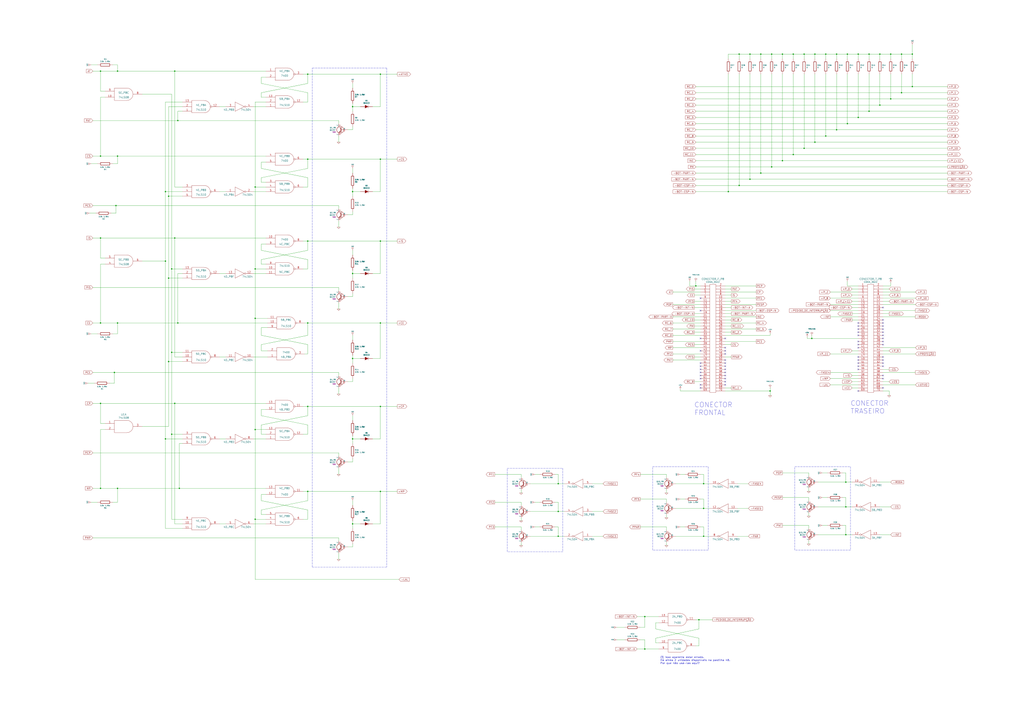
<source format=kicad_sch>
(kicad_sch (version 20250114) (generator "eeschema") (generator_version "9.0")
  (paper "A1")
  (title_block (date "2 aug 2016"))
  (text "(!) Isso aparenta estar errado.\nHá ainda 2 unidades disponíveis na pastilha 4B.\nPor que não usá-las aqui?" (at 542.29 546.1 0) (effects (font (size 1.524 1.524)) (justify left bottom)))
  (text "CONECTOR\nTRASEIRO" (at 698.5 340.36 0) (effects (font (size 3.9878 3.9878)) (justify left bottom)))
  (text "CONECTOR\nFRONTAL" (at 570.23 341.63 0) (effects (font (size 3.9878 3.9878)) (justify left bottom)))
  (junction (at 704.85 96.52))
  (junction (at 140.97 356.87))
  (junction (at 529.59 533.4))
  (junction (at 143.51 195.58))
  (junction (at 574.04 509.27))
  (junction (at 458.47 420.37))
  (junction (at 749.3 44.45))
  (junction (at 96.52 265.43))
  (junction (at 312.42 334.01))
  (junction (at 135.89 157.48))
  (junction (at 633.73 44.45))
  (junction (at 458.47 397.51))
  (junction (at 96.52 58.42))
  (junction (at 731.52 44.45))
  (junction (at 615.95 147.32))
  (junction (at 607.06 152.4))
  (junction (at 694.69 396.24))
  (junction (at 209.55 353.06))
  (junction (at 96.52 401.32))
  (junction (at 632.46 321.31))
  (junction (at 687.07 44.45))
  (junction (at 289.56 87.63))
  (junction (at 312.42 60.96))
  (junction (at 678.18 111.76))
  (junction (at 678.18 44.45))
  (junction (at 138.43 228.6))
  (junction (at 312.42 265.43))
  (junction (at 82.55 195.58))
  (junction (at 694.69 416.56))
  (junction (at 312.42 130.81))
  (junction (at 289.56 157.48))
  (junction (at 289.56 430.53))
  (junction (at 722.63 44.45))
  (junction (at 209.55 153.67))
  (junction (at 289.56 294.64))
  (junction (at 252.73 403.86))
  (junction (at 312.42 403.86))
  (junction (at 651.51 127))
  (junction (at 146.05 265.43))
  (junction (at 82.55 265.43))
  (junction (at 138.43 161.29))
  (junction (at 82.55 401.32))
  (junction (at 642.62 44.45))
  (junction (at 713.74 91.44))
  (junction (at 749.3 71.12))
  (junction (at 740.41 76.2))
  (junction (at 147.32 401.32))
  (junction (at 209.55 220.98))
  (junction (at 615.95 44.45))
  (junction (at 209.55 426.72))
  (junction (at 669.29 44.45))
  (junction (at 633.73 137.16))
  (junction (at 607.06 44.45))
  (junction (at 140.97 289.56))
  (junction (at 135.89 214.63))
  (junction (at 660.4 44.45))
  (junction (at 695.96 101.6))
  (junction (at 577.85 440.69))
  (junction (at 143.51 58.42))
  (junction (at 252.73 334.01))
  (junction (at 669.29 116.84))
  (junction (at 598.17 157.48))
  (junction (at 529.59 506.73))
  (junction (at 312.42 198.12))
  (junction (at 624.84 44.45))
  (junction (at 687.07 106.68))
  (junction (at 252.73 60.96))
  (junction (at 651.51 44.45))
  (junction (at 146.05 99.06))
  (junction (at 458.47 440.69))
  (junction (at 571.5 234.95))
  (junction (at 82.55 58.42))
  (junction (at 252.73 130.81))
  (junction (at 694.69 439.42))
  (junction (at 642.62 132.08))
  (junction (at 143.51 331.47))
  (junction (at 140.97 220.98))
  (junction (at 577.85 397.51))
  (junction (at 704.85 44.45))
  (junction (at 95.25 168.91))
  (junction (at 289.56 360.68))
  (junction (at 252.73 265.43))
  (junction (at 577.85 417.83))
  (junction (at 96.52 128.27))
  (junction (at 666.75 278.13))
  (junction (at 82.55 331.47))
  (junction (at 289.56 224.79))
  (junction (at 135.89 360.68))
  (junction (at 740.41 44.45))
  (junction (at 660.4 121.92))
  (junction (at 138.43 297.18))
  (junction (at 695.96 44.45))
  (junction (at 624.84 142.24))
  (junction (at 93.98 306.07))
  (junction (at 731.52 81.28))
  (junction (at 713.74 44.45))
  (junction (at 82.55 128.27))
  (junction (at 209.55 261.62))
  (junction (at 722.63 86.36))
  (junction (at 252.73 198.12))
  (no_connect (at 575.31 318.77))
  (no_connect (at 595.63 278.13))
  (no_connect (at 575.31 255.27))
  (no_connect (at 725.17 308.61))
  (no_connect (at 704.85 273.05))
  (no_connect (at 595.63 300.99))
  (no_connect (at 725.17 275.59))
  (no_connect (at 725.17 298.45))
  (no_connect (at 575.31 311.15))
  (no_connect (at 725.17 267.97))
  (no_connect (at 725.17 318.77))
  (no_connect (at 704.85 265.43))
  (no_connect (at 575.31 306.07))
  (no_connect (at 595.63 298.45))
  (no_connect (at 725.17 262.89))
  (no_connect (at 595.63 288.29))
  (no_connect (at 595.63 306.07))
  (no_connect (at 595.63 285.75))
  (no_connect (at 725.17 278.13))
  (no_connect (at 575.31 278.13))
  (no_connect (at 725.17 270.51))
  (no_connect (at 595.63 311.15))
  (no_connect (at 725.17 280.67))
  (no_connect (at 704.85 267.97))
  (no_connect (at 575.31 303.53))
  (no_connect (at 575.31 288.29))
  (no_connect (at 704.85 280.67))
  (no_connect (at 575.31 300.99))
  (no_connect (at 704.85 303.53))
  (no_connect (at 575.31 245.11))
  (no_connect (at 595.63 313.69))
  (no_connect (at 725.17 265.43))
  (no_connect (at 704.85 270.51))
  (no_connect (at 575.31 298.45))
  (no_connect (at 704.85 283.21))
  (no_connect (at 575.31 316.23))
  (no_connect (at 704.85 300.99))
  (no_connect (at 595.63 316.23))
  (no_connect (at 595.63 295.91))
  (no_connect (at 704.85 293.37))
  (no_connect (at 704.85 285.75))
  (no_connect (at 725.17 295.91))
  (no_connect (at 595.63 308.61))
  (no_connect (at 704.85 275.59))
  (no_connect (at 725.17 283.21))
  (no_connect (at 725.17 300.99))
  (no_connect (at 704.85 298.45))
  (no_connect (at 595.63 290.83))
  (no_connect (at 704.85 321.31))
  (no_connect (at 575.31 308.61))
  (no_connect (at 725.17 252.73))
  (no_connect (at 725.17 273.05))
  (no_connect (at 595.63 303.53))
  (no_connect (at 725.17 293.37))
  (no_connect (at 725.17 311.15))
  (no_connect (at 704.85 295.91))
  (wire (pts (xy 660.4 44.45) (xy 660.4 48.26)))
  (wire (pts (xy 751.84 250.19) (xy 725.17 250.19)))
  (wire (pts (xy 149.86 87.63) (xy 138.43 87.63)))
  (wire (pts (xy 660.4 44.45) (xy 669.29 44.45)))
  (wire (pts (xy 642.62 44.45) (xy 642.62 48.26)))
  (wire (pts (xy 72.39 314.96) (xy 77.47 314.96)))
  (wire (pts (xy 214.63 283.21) (xy 252.73 275.59)))
  (wire (pts (xy 135.89 157.48) (xy 135.89 214.63)))
  (wire (pts (xy 76.2 58.42) (xy 82.55 58.42)))
  (polyline (pts (xy 317.5 55.88) (xy 317.5 466.09)) (stroke (width 0) (type dash)))
  (wire (pts (xy 751.84 260.35) (xy 725.17 260.35)))
  (wire (pts (xy 664.21 388.62) (xy 664.21 391.16)))
  (wire (pts (xy 140.97 289.56) (xy 140.97 356.87)))
  (wire (pts (xy 574.04 516.89) (xy 574.04 509.27)))
  (wire (pts (xy 209.55 261.62) (xy 209.55 353.06)))
  (wire (pts (xy 214.63 349.25) (xy 252.73 341.63)))
  (wire (pts (xy 278.13 238.76) (xy 278.13 236.22)))
  (wire (pts (xy 306.07 360.68) (xy 312.42 360.68)))
  (wire (pts (xy 96.52 53.34) (xy 96.52 58.42)))
  (wire (pts (xy 669.29 116.84) (xy 669.29 60.96)))
  (wire (pts (xy 427.99 389.89) (xy 427.99 392.43)))
  (wire (pts (xy 214.63 336.55) (xy 214.63 341.63)))
  (wire (pts (xy 529.59 515.62) (xy 529.59 506.73)))
  (wire (pts (xy 722.63 44.45) (xy 731.52 44.45)))
  (wire (pts (xy 671.83 416.56) (xy 694.69 416.56)))
  (wire (pts (xy 218.44 80.01) (xy 214.63 80.01)))
  (wire (pts (xy 147.32 401.32) (xy 218.44 401.32)))
  (wire (pts (xy 621.03 245.11) (xy 595.63 245.11)))
  (wire (pts (xy 208.28 430.53) (xy 218.44 430.53)))
  (wire (pts (xy 214.63 288.29) (xy 219.71 288.29)))
  (wire (pts (xy 140.97 356.87) (xy 149.86 356.87)))
  (wire (pts (xy 214.63 200.66) (xy 214.63 205.74)))
  (wire (pts (xy 218.44 153.67) (xy 209.55 153.67)))
  (wire (pts (xy 695.96 44.45) (xy 704.85 44.45)))
  (wire (pts (xy 624.84 44.45) (xy 633.73 44.45)))
  (wire (pts (xy 525.78 410.21) (xy 547.37 410.21)))
  (wire (pts (xy 547.37 445.77) (xy 547.37 448.31)))
  (wire (pts (xy 209.55 476.25) (xy 327.66 476.25)))
  (wire (pts (xy 600.71 283.21) (xy 595.63 283.21)))
  (wire (pts (xy 607.06 44.45) (xy 607.06 48.26)))
  (wire (pts (xy 513.08 525.78) (xy 506.73 525.78)))
  (wire (pts (xy 458.47 412.75) (xy 455.93 412.75)))
  (wire (pts (xy 558.8 410.21) (xy 562.61 410.21)))
  (wire (pts (xy 289.56 360.68) (xy 289.56 364.49)))
  (wire (pts (xy 252.73 138.43) (xy 252.73 130.81)))
  (wire (pts (xy 651.51 44.45) (xy 651.51 48.26)))
  (wire (pts (xy 571.5 86.36) (xy 722.63 86.36)))
  (wire (pts (xy 214.63 419.1) (xy 252.73 411.48)))
  (wire (pts (xy 605.79 397.51) (xy 614.68 397.51)))
  (wire (pts (xy 252.73 153.67) (xy 248.92 153.67)))
  (wire (pts (xy 529.59 506.73) (xy 541.02 506.73)))
  (wire (pts (xy 730.25 288.29) (xy 725.17 288.29)))
  (wire (pts (xy 252.73 76.2) (xy 252.73 83.82)))
  (wire (pts (xy 571.5 231.14) (xy 571.5 234.95)))
  (wire (pts (xy 289.56 427.99) (xy 289.56 430.53)))
  (wire (pts (xy 140.97 77.47) (xy 140.97 220.98)))
  (wire (pts (xy 209.55 353.06) (xy 209.55 426.72)))
  (wire (pts (xy 140.97 426.72) (xy 149.86 426.72)))
  (wire (pts (xy 252.73 356.87) (xy 248.92 356.87)))
  (polyline (pts (xy 317.5 466.09) (xy 256.54 466.09)) (stroke (width 0) (type dash)))
  (wire (pts (xy 566.42 234.95) (xy 571.5 234.95)))
  (wire (pts (xy 214.63 422.91) (xy 214.63 419.1)))
  (wire (pts (xy 218.44 200.66) (xy 214.63 200.66)))
  (wire (pts (xy 571.5 76.2) (xy 740.41 76.2)))
  (wire (pts (xy 642.62 431.8) (xy 664.21 431.8)))
  (wire (pts (xy 439.42 389.89) (xy 443.23 389.89)))
  (wire (pts (xy 219.71 261.62) (xy 209.55 261.62)))
  (wire (pts (xy 312.42 403.86) (xy 326.39 403.86)))
  (wire (pts (xy 730.25 325.12) (xy 730.25 321.31)))
  (wire (pts (xy 615.95 44.45) (xy 624.84 44.45)))
  (wire (pts (xy 554.99 440.69) (xy 577.85 440.69)))
  (wire (pts (xy 458.47 420.37) (xy 463.55 420.37)))
  (wire (pts (xy 289.56 68.58) (xy 289.56 72.39)))
  (wire (pts (xy 458.47 433.07) (xy 455.93 433.07)))
  (wire (pts (xy 730.25 237.49) (xy 725.17 237.49)))
  (wire (pts (xy 749.3 71.12) (xy 749.3 60.96)))
  (wire (pts (xy 695.96 234.95) (xy 704.85 234.95)))
  (wire (pts (xy 558.8 321.31) (xy 575.31 321.31)))
  (wire (pts (xy 666.75 278.13) (xy 704.85 278.13)))
  (wire (pts (xy 704.85 96.52) (xy 778.51 96.52)))
  (wire (pts (xy 574.04 509.27) (xy 585.47 509.27)))
  (wire (pts (xy 552.45 295.91) (xy 575.31 295.91)))
  (wire (pts (xy 675.64 408.94) (xy 679.45 408.94)))
  (wire (pts (xy 435.61 397.51) (xy 458.47 397.51)))
  (wire (pts (xy 538.48 511.81) (xy 538.48 516.89)))
  (wire (pts (xy 600.71 273.05) (xy 595.63 273.05)))
  (wire (pts (xy 312.42 430.53) (xy 312.42 403.86)))
  (wire (pts (xy 605.79 417.83) (xy 614.68 417.83)))
  (wire (pts (xy 458.47 433.07) (xy 458.47 440.69)))
  (wire (pts (xy 624.84 44.45) (xy 624.84 48.26)))
  (wire (pts (xy 82.55 353.06) (xy 82.55 401.32)))
  (wire (pts (xy 278.13 441.96) (xy 76.2 441.96)))
  (wire (pts (xy 289.56 157.48) (xy 289.56 161.29)))
  (wire (pts (xy 558.8 433.07) (xy 562.61 433.07)))
  (wire (pts (xy 675.64 431.8) (xy 679.45 431.8)))
  (wire (pts (xy 82.55 265.43) (xy 96.52 265.43)))
  (wire (pts (xy 651.51 60.96) (xy 651.51 127)))
  (wire (pts (xy 694.69 431.8) (xy 692.15 431.8)))
  (wire (pts (xy 552.45 275.59) (xy 575.31 275.59)))
  (wire (pts (xy 219.71 293.37) (xy 208.28 293.37)))
  (wire (pts (xy 681.99 306.07) (xy 704.85 306.07)))
  (wire (pts (xy 218.44 133.35) (xy 214.63 133.35)))
  (wire (pts (xy 577.85 433.07) (xy 577.85 440.69)))
  (wire (pts (xy 214.63 149.86) (xy 214.63 146.05)))
  (wire (pts (xy 312.42 360.68) (xy 312.42 334.01)))
  (wire (pts (xy 252.73 60.96) (xy 312.42 60.96)))
  (wire (pts (xy 252.73 290.83) (xy 250.19 290.83)))
  (wire (pts (xy 570.23 242.57) (xy 575.31 242.57)))
  (wire (pts (xy 76.2 195.58) (xy 82.55 195.58)))
  (wire (pts (xy 577.85 433.07) (xy 575.31 433.07)))
  (wire (pts (xy 598.17 157.48) (xy 778.51 157.48)))
  (wire (pts (xy 149.86 157.48) (xy 135.89 157.48)))
  (wire (pts (xy 624.84 142.24) (xy 778.51 142.24)))
  (wire (pts (xy 278.13 374.65) (xy 278.13 372.11)))
  (wire (pts (xy 312.42 294.64) (xy 312.42 265.43)))
  (wire (pts (xy 731.52 234.95) (xy 725.17 234.95)))
  (wire (pts (xy 140.97 220.98) (xy 149.86 220.98)))
  (wire (pts (xy 552.45 285.75) (xy 575.31 285.75)))
  (wire (pts (xy 96.52 128.27) (xy 218.44 128.27)))
  (wire (pts (xy 306.07 224.79) (xy 312.42 224.79)))
  (wire (pts (xy 600.71 247.65) (xy 595.63 247.65)))
  (wire (pts (xy 214.63 138.43) (xy 252.73 146.05)))
  (wire (pts (xy 214.63 411.48) (xy 252.73 419.1)))
  (wire (pts (xy 607.06 60.96) (xy 607.06 152.4)))
  (wire (pts (xy 699.77 247.65) (xy 704.85 247.65)))
  (wire (pts (xy 143.51 195.58) (xy 218.44 195.58)))
  (wire (pts (xy 208.28 360.68) (xy 218.44 360.68)))
  (wire (pts (xy 214.63 269.24) (xy 219.71 269.24)))
  (wire (pts (xy 252.73 83.82) (xy 248.92 83.82)))
  (wire (pts (xy 704.85 60.96) (xy 704.85 96.52)))
  (wire (pts (xy 289.56 313.69) (xy 289.56 311.15)))
  (wire (pts (xy 289.56 341.63) (xy 289.56 345.44)))
  (wire (pts (xy 289.56 85.09) (xy 289.56 87.63)))
  (wire (pts (xy 615.95 147.32) (xy 615.95 60.96)))
  (wire (pts (xy 486.41 440.69) (xy 495.3 440.69)))
  (wire (pts (xy 214.63 146.05) (xy 252.73 138.43)))
  (wire (pts (xy 82.55 74.93) (xy 86.36 74.93)))
  (wire (pts (xy 138.43 161.29) (xy 149.86 161.29)))
  (wire (pts (xy 76.2 331.47) (xy 82.55 331.47)))
  (wire (pts (xy 577.85 417.83) (xy 582.93 417.83)))
  (wire (pts (xy 486.41 420.37) (xy 495.3 420.37)))
  (wire (pts (xy 525.78 515.62) (xy 529.59 515.62)))
  (wire (pts (xy 664.21 431.8) (xy 664.21 434.34)))
  (wire (pts (xy 76.2 306.07) (xy 93.98 306.07)))
  (wire (pts (xy 285.75 313.69) (xy 289.56 313.69)))
  (wire (pts (xy 570.23 293.37) (xy 575.31 293.37)))
  (wire (pts (xy 749.3 36.83) (xy 749.3 44.45)))
  (wire (pts (xy 138.43 350.52) (xy 116.84 350.52)))
  (wire (pts (xy 541.02 511.81) (xy 538.48 511.81)))
  (wire (pts (xy 529.59 525.78) (xy 529.59 533.4)))
  (polyline (pts (xy 581.66 383.54) (xy 581.66 452.12)) (stroke (width 0) (type dash)))
  (wire (pts (xy 571.5 81.28) (xy 731.52 81.28)))
  (wire (pts (xy 681.99 240.03) (xy 704.85 240.03)))
  (wire (pts (xy 621.03 250.19) (xy 595.63 250.19)))
  (wire (pts (xy 248.92 60.96) (xy 252.73 60.96)))
  (wire (pts (xy 458.47 389.89) (xy 458.47 397.51)))
  (wire (pts (xy 218.44 63.5) (xy 214.63 63.5)))
  (wire (pts (xy 730.25 247.65) (xy 725.17 247.65)))
  (wire (pts (xy 731.52 81.28) (xy 731.52 60.96)))
  (wire (pts (xy 681.99 260.35) (xy 704.85 260.35)))
  (wire (pts (xy 681.99 290.83) (xy 704.85 290.83)))
  (wire (pts (xy 252.73 146.05) (xy 252.73 153.67)))
  (wire (pts (xy 699.77 257.81) (xy 704.85 257.81)))
  (wire (pts (xy 96.52 274.32) (xy 92.71 274.32)))
  (wire (pts (xy 571.5 96.52) (xy 704.85 96.52)))
  (wire (pts (xy 252.73 419.1) (xy 252.73 426.72)))
  (wire (pts (xy 209.55 83.82) (xy 209.55 153.67)))
  (wire (pts (xy 552.45 250.19) (xy 575.31 250.19)))
  (wire (pts (xy 713.74 44.45) (xy 713.74 48.26)))
  (wire (pts (xy 642.62 408.94) (xy 664.21 408.94)))
  (wire (pts (xy 570.23 247.65) (xy 575.31 247.65)))
  (wire (pts (xy 135.89 360.68) (xy 149.86 360.68)))
  (wire (pts (xy 218.44 217.17) (xy 214.63 217.17)))
  (wire (pts (xy 571.5 116.84) (xy 669.29 116.84)))
  (wire (pts (xy 278.13 384.81) (xy 278.13 389.89)))
  (wire (pts (xy 427.99 445.77) (xy 427.99 448.31)))
  (wire (pts (xy 406.4 412.75) (xy 427.99 412.75)))
  (wire (pts (xy 577.85 389.89) (xy 575.31 389.89)))
  (wire (pts (xy 82.55 195.58) (xy 82.55 212.09)))
  (wire (pts (xy 289.56 294.64) (xy 289.56 298.45)))
  (wire (pts (xy 571.5 71.12) (xy 749.3 71.12)))
  (wire (pts (xy 285.75 176.53) (xy 289.56 176.53)))
  (wire (pts (xy 82.55 128.27) (xy 96.52 128.27)))
  (wire (pts (xy 306.07 430.53) (xy 312.42 430.53)))
  (wire (pts (xy 669.29 116.84) (xy 778.51 116.84)))
  (wire (pts (xy 699.77 262.89) (xy 704.85 262.89)))
  (wire (pts (xy 695.96 234.95) (xy 695.96 231.14)))
  (wire (pts (xy 312.42 87.63) (xy 312.42 60.96)))
  (wire (pts (xy 278.13 444.5) (xy 278.13 441.96)))
  (wire (pts (xy 278.13 168.91) (xy 278.13 171.45)))
  (wire (pts (xy 143.51 331.47) (xy 218.44 331.47)))
  (wire (pts (xy 95.25 175.26) (xy 91.44 175.26)))
  (wire (pts (xy 82.55 195.58) (xy 143.51 195.58)))
  (wire (pts (xy 687.07 44.45) (xy 695.96 44.45)))
  (wire (pts (xy 552.45 265.43) (xy 575.31 265.43)))
  (wire (pts (xy 209.55 220.98) (xy 218.44 220.98)))
  (polyline (pts (xy 462.28 384.81) (xy 462.28 453.39)) (stroke (width 0) (type dash)))
  (wire (pts (xy 306.07 87.63) (xy 312.42 87.63)))
  (wire (pts (xy 185.42 224.79) (xy 180.34 224.79)))
  (wire (pts (xy 252.73 265.43) (xy 312.42 265.43)))
  (wire (pts (xy 749.3 44.45) (xy 749.3 48.26)))
  (wire (pts (xy 751.84 245.11) (xy 725.17 245.11)))
  (wire (pts (xy 577.85 410.21) (xy 577.85 417.83)))
  (wire (pts (xy 571.5 101.6) (xy 695.96 101.6)))
  (wire (pts (xy 722.63 439.42) (xy 731.52 439.42)))
  (wire (pts (xy 595.63 321.31) (xy 632.46 321.31)))
  (wire (pts (xy 209.55 426.72) (xy 209.55 476.25)))
  (wire (pts (xy 289.56 154.94) (xy 289.56 157.48)))
  (wire (pts (xy 278.13 306.07) (xy 278.13 308.61)))
  (wire (pts (xy 632.46 275.59) (xy 632.46 274.32)))
  (wire (pts (xy 632.46 318.77) (xy 632.46 321.31)))
  (wire (pts (xy 513.08 515.62) (xy 506.73 515.62)))
  (wire (pts (xy 312.42 334.01) (xy 326.39 334.01)))
  (wire (pts (xy 699.77 237.49) (xy 704.85 237.49)))
  (wire (pts (xy 621.03 234.95) (xy 595.63 234.95)))
  (wire (pts (xy 458.47 412.75) (xy 458.47 420.37)))
  (wire (pts (xy 722.63 60.96) (xy 722.63 86.36)))
  (wire (pts (xy 149.86 364.49) (xy 147.32 364.49)))
  (wire (pts (xy 149.86 91.44) (xy 146.05 91.44)))
  (wire (pts (xy 96.52 265.43) (xy 146.05 265.43)))
  (wire (pts (xy 427.99 425.45) (xy 427.99 427.99)))
  (wire (pts (xy 600.71 293.37) (xy 595.63 293.37)))
  (wire (pts (xy 76.2 401.32) (xy 82.55 401.32)))
  (wire (pts (xy 285.75 379.73) (xy 289.56 379.73)))
  (wire (pts (xy 427.99 433.07) (xy 427.99 435.61)))
  (wire (pts (xy 250.19 265.43) (xy 252.73 265.43)))
  (wire (pts (xy 138.43 297.18) (xy 149.86 297.18)))
  (wire (pts (xy 570.23 283.21) (xy 575.31 283.21)))
  (wire (pts (xy 642.62 132.08) (xy 778.51 132.08)))
  (wire (pts (xy 571.5 234.95) (xy 575.31 234.95)))
  (wire (pts (xy 214.63 63.5) (xy 214.63 68.58)))
  (wire (pts (xy 547.37 433.07) (xy 547.37 435.61)))
  (wire (pts (xy 96.52 412.75) (xy 92.71 412.75)))
  (wire (pts (xy 252.73 68.58) (xy 252.73 60.96)))
  (wire (pts (xy 600.71 257.81) (xy 595.63 257.81)))
  (wire (pts (xy 218.44 406.4) (xy 214.63 406.4)))
  (wire (pts (xy 149.86 153.67) (xy 143.51 153.67)))
  (wire (pts (xy 600.71 267.97) (xy 595.63 267.97)))
  (wire (pts (xy 651.51 127) (xy 778.51 127)))
  (wire (pts (xy 289.56 87.63) (xy 289.56 91.44)))
  (wire (pts (xy 74.93 134.62) (xy 80.01 134.62)))
  (wire (pts (xy 681.99 311.15) (xy 704.85 311.15)))
  (wire (pts (xy 252.73 403.86) (xy 312.42 403.86)))
  (wire (pts (xy 252.73 198.12) (xy 312.42 198.12)))
  (wire (pts (xy 722.63 396.24) (xy 731.52 396.24)))
  (wire (pts (xy 185.42 430.53) (xy 180.34 430.53)))
  (wire (pts (xy 278.13 181.61) (xy 278.13 186.69)))
  (wire (pts (xy 278.13 318.77) (xy 278.13 323.85)))
  (wire (pts (xy 135.89 214.63) (xy 116.84 214.63)))
  (wire (pts (xy 214.63 269.24) (xy 214.63 275.59)))
  (wire (pts (xy 458.47 389.89) (xy 455.93 389.89)))
  (wire (pts (xy 252.73 283.21) (xy 252.73 290.83)))
  (wire (pts (xy 600.71 237.49) (xy 595.63 237.49)))
  (wire (pts (xy 598.17 44.45) (xy 607.06 44.45)))
  (wire (pts (xy 252.73 275.59) (xy 252.73 265.43)))
  (wire (pts (xy 681.99 250.19) (xy 704.85 250.19)))
  (wire (pts (xy 660.4 121.92) (xy 778.51 121.92)))
  (wire (pts (xy 209.55 353.06) (xy 218.44 353.06)))
  (wire (pts (xy 730.25 321.31) (xy 725.17 321.31)))
  (wire (pts (xy 214.63 275.59) (xy 252.73 283.21)))
  (wire (pts (xy 731.52 81.28) (xy 778.51 81.28)))
  (wire (pts (xy 289.56 411.48) (xy 289.56 415.29)))
  (wire (pts (xy 570.23 313.69) (xy 575.31 313.69)))
  (wire (pts (xy 615.95 147.32) (xy 778.51 147.32)))
  (wire (pts (xy 92.71 53.34) (xy 96.52 53.34)))
  (wire (pts (xy 632.46 321.31) (xy 632.46 325.12)))
  (wire (pts (xy 86.36 353.06) (xy 82.55 353.06)))
  (wire (pts (xy 289.56 176.53) (xy 289.56 173.99)))
  (wire (pts (xy 285.75 449.58) (xy 289.56 449.58)))
  (polyline (pts (xy 581.66 452.12) (xy 535.94 452.12)) (stroke (width 0) (type dash)))
  (wire (pts (xy 289.56 157.48) (xy 295.91 157.48)))
  (wire (pts (xy 214.63 213.36) (xy 252.73 205.74)))
  (wire (pts (xy 694.69 396.24) (xy 699.77 396.24)))
  (wire (pts (xy 82.55 331.47) (xy 143.51 331.47)))
  (wire (pts (xy 695.96 101.6) (xy 695.96 60.96)))
  (wire (pts (xy 699.77 318.77) (xy 704.85 318.77)))
  (wire (pts (xy 664.21 408.94) (xy 664.21 411.48)))
  (wire (pts (xy 74.93 412.75) (xy 80.01 412.75)))
  (wire (pts (xy 289.56 243.84) (xy 289.56 241.3)))
  (wire (pts (xy 143.51 293.37) (xy 143.51 195.58)))
  (wire (pts (xy 406.4 389.89) (xy 427.99 389.89)))
  (wire (pts (xy 751.84 285.75) (xy 725.17 285.75)))
  (wire (pts (xy 600.71 262.89) (xy 595.63 262.89)))
  (wire (pts (xy 598.17 44.45) (xy 598.17 48.26)))
  (wire (pts (xy 541.02 528.32) (xy 538.48 528.32)))
  (wire (pts (xy 96.52 128.27) (xy 96.52 134.62)))
  (wire (pts (xy 143.51 430.53) (xy 143.51 331.47)))
  (wire (pts (xy 149.86 293.37) (xy 143.51 293.37)))
  (polyline (pts (xy 652.78 383.54) (xy 698.5 383.54)) (stroke (width 0) (type dash)))
  (wire (pts (xy 185.42 157.48) (xy 180.34 157.48)))
  (wire (pts (xy 252.73 130.81) (xy 312.42 130.81)))
  (wire (pts (xy 312.42 265.43) (xy 326.39 265.43)))
  (wire (pts (xy 660.4 121.92) (xy 660.4 60.96)))
  (wire (pts (xy 209.55 83.82) (xy 218.44 83.82)))
  (wire (pts (xy 681.99 245.11) (xy 704.85 245.11)))
  (wire (pts (xy 73.66 175.26) (xy 78.74 175.26)))
  (wire (pts (xy 642.62 132.08) (xy 642.62 60.96)))
  (wire (pts (xy 666.75 275.59) (xy 666.75 278.13)))
  (wire (pts (xy 143.51 58.42) (xy 218.44 58.42)))
  (wire (pts (xy 621.03 255.27) (xy 595.63 255.27)))
  (wire (pts (xy 214.63 133.35) (xy 214.63 138.43)))
  (wire (pts (xy 185.42 293.37) (xy 180.34 293.37)))
  (wire (pts (xy 662.94 276.86) (xy 662.94 278.13)))
  (wire (pts (xy 82.55 401.32) (xy 96.52 401.32)))
  (wire (pts (xy 633.73 44.45) (xy 633.73 48.26)))
  (polyline (pts (xy 535.94 452.12) (xy 535.94 383.54)) (stroke (width 0) (type dash)))
  (wire (pts (xy 598.17 157.48) (xy 598.17 60.96)))
  (wire (pts (xy 571.5 91.44) (xy 713.74 91.44)))
  (wire (pts (xy 214.63 349.25) (xy 214.63 356.87)))
  (wire (pts (xy 552.45 270.51) (xy 575.31 270.51)))
  (wire (pts (xy 278.13 372.11) (xy 76.2 372.11)))
  (wire (pts (xy 571.5 147.32) (xy 615.95 147.32)))
  (wire (pts (xy 214.63 80.01) (xy 214.63 76.2)))
  (wire (pts (xy 82.55 212.09) (xy 86.36 212.09)))
  (wire (pts (xy 607.06 152.4) (xy 778.51 152.4)))
  (wire (pts (xy 538.48 528.32) (xy 538.48 524.51)))
  (wire (pts (xy 116.84 77.47) (xy 140.97 77.47)))
  (wire (pts (xy 671.83 396.24) (xy 694.69 396.24)))
  (wire (pts (xy 751.84 290.83) (xy 725.17 290.83)))
  (wire (pts (xy 146.05 224.79) (xy 146.05 265.43)))
  (wire (pts (xy 486.41 397.51) (xy 495.3 397.51)))
  (wire (pts (xy 633.73 137.16) (xy 778.51 137.16)))
  (wire (pts (xy 278.13 248.92) (xy 278.13 254)))
  (wire (pts (xy 600.71 252.73) (xy 595.63 252.73)))
  (wire (pts (xy 662.94 278.13) (xy 666.75 278.13)))
  (wire (pts (xy 713.74 91.44) (xy 713.74 60.96)))
  (wire (pts (xy 218.44 422.91) (xy 214.63 422.91)))
  (wire (pts (xy 435.61 440.69) (xy 458.47 440.69)))
  (wire (pts (xy 699.77 242.57) (xy 704.85 242.57)))
  (wire (pts (xy 138.43 297.18) (xy 138.43 350.52)))
  (wire (pts (xy 600.71 242.57) (xy 595.63 242.57)))
  (wire (pts (xy 678.18 111.76) (xy 778.51 111.76)))
  (wire (pts (xy 552.45 280.67) (xy 575.31 280.67)))
  (wire (pts (xy 252.73 213.36) (xy 252.73 220.98)))
  (wire (pts (xy 731.52 44.45) (xy 731.52 48.26)))
  (wire (pts (xy 607.06 44.45) (xy 615.95 44.45)))
  (wire (pts (xy 93.98 306.07) (xy 278.13 306.07)))
  (wire (pts (xy 725.17 313.69) (xy 730.25 313.69)))
  (wire (pts (xy 278.13 111.76) (xy 278.13 116.84)))
  (wire (pts (xy 252.73 220.98) (xy 248.92 220.98)))
  (wire (pts (xy 525.78 525.78) (xy 529.59 525.78)))
  (wire (pts (xy 671.83 439.42) (xy 694.69 439.42)))
  (wire (pts (xy 740.41 44.45) (xy 749.3 44.45)))
  (wire (pts (xy 675.64 388.62) (xy 679.45 388.62)))
  (wire (pts (xy 713.74 91.44) (xy 778.51 91.44)))
  (wire (pts (xy 252.73 411.48) (xy 252.73 403.86)))
  (wire (pts (xy 458.47 397.51) (xy 463.55 397.51)))
  (wire (pts (xy 678.18 44.45) (xy 687.07 44.45)))
  (wire (pts (xy 704.85 308.61) (xy 699.77 308.61)))
  (wire (pts (xy 651.51 44.45) (xy 660.4 44.45)))
  (wire (pts (xy 208.28 87.63) (xy 218.44 87.63)))
  (wire (pts (xy 82.55 58.42) (xy 96.52 58.42)))
  (wire (pts (xy 571.5 121.92) (xy 660.4 121.92)))
  (wire (pts (xy 751.84 255.27) (xy 725.17 255.27)))
  (wire (pts (xy 695.96 44.45) (xy 695.96 48.26)))
  (wire (pts (xy 547.37 410.21) (xy 547.37 412.75)))
  (wire (pts (xy 289.56 292.1) (xy 289.56 294.64)))
  (wire (pts (xy 285.75 243.84) (xy 289.56 243.84)))
  (wire (pts (xy 96.52 58.42) (xy 143.51 58.42)))
  (wire (pts (xy 96.52 134.62) (xy 92.71 134.62)))
  (wire (pts (xy 577.85 410.21) (xy 575.31 410.21)))
  (wire (pts (xy 289.56 358.14) (xy 289.56 360.68)))
  (wire (pts (xy 577.85 440.69) (xy 582.93 440.69)))
  (wire (pts (xy 146.05 265.43) (xy 219.71 265.43)))
  (wire (pts (xy 681.99 255.27) (xy 704.85 255.27)))
  (wire (pts (xy 678.18 44.45) (xy 678.18 48.26)))
  (wire (pts (xy 595.63 275.59) (xy 632.46 275.59)))
  (wire (pts (xy 93.98 314.96) (xy 93.98 306.07)))
  (wire (pts (xy 523.24 506.73) (xy 529.59 506.73)))
  (wire (pts (xy 694.69 388.62) (xy 692.15 388.62)))
  (polyline (pts (xy 652.78 452.12) (xy 652.78 383.54)) (stroke (width 0) (type dash)))
  (wire (pts (xy 694.69 408.94) (xy 692.15 408.94)))
  (wire (pts (xy 252.73 341.63) (xy 252.73 334.01)))
  (wire (pts (xy 140.97 289.56) (xy 149.86 289.56)))
  (wire (pts (xy 699.77 288.29) (xy 704.85 288.29)))
  (wire (pts (xy 570.23 262.89) (xy 575.31 262.89)))
  (wire (pts (xy 306.07 157.48) (xy 312.42 157.48)))
  (wire (pts (xy 289.56 222.25) (xy 289.56 224.79)))
  (wire (pts (xy 570.23 257.81) (xy 575.31 257.81)))
  (polyline (pts (xy 416.56 453.39) (xy 416.56 384.81)) (stroke (width 0) (type dash)))
  (wire (pts (xy 554.99 417.83) (xy 577.85 417.83)))
  (wire (pts (xy 312.42 198.12) (xy 326.39 198.12)))
  (wire (pts (xy 621.03 265.43) (xy 595.63 265.43)))
  (wire (pts (xy 571.5 132.08) (xy 642.62 132.08)))
  (wire (pts (xy 571.5 111.76) (xy 678.18 111.76)))
  (wire (pts (xy 669.29 44.45) (xy 678.18 44.45)))
  (wire (pts (xy 722.63 44.45) (xy 722.63 48.26)))
  (wire (pts (xy 570.23 267.97) (xy 575.31 267.97)))
  (wire (pts (xy 138.43 161.29) (xy 138.43 228.6)))
  (wire (pts (xy 605.79 440.69) (xy 614.68 440.69)))
  (wire (pts (xy 571.5 142.24) (xy 624.84 142.24)))
  (wire (pts (xy 538.48 516.89) (xy 574.04 524.51)))
  (wire (pts (xy 552.45 290.83) (xy 575.31 290.83)))
  (wire (pts (xy 289.56 224.79) (xy 289.56 228.6)))
  (wire (pts (xy 248.92 334.01) (xy 252.73 334.01)))
  (wire (pts (xy 687.07 44.45) (xy 687.07 48.26)))
  (wire (pts (xy 633.73 44.45) (xy 642.62 44.45)))
  (wire (pts (xy 552.45 260.35) (xy 575.31 260.35)))
  (wire (pts (xy 704.85 44.45) (xy 713.74 44.45)))
  (wire (pts (xy 95.25 168.91) (xy 278.13 168.91)))
  (wire (pts (xy 571.5 152.4) (xy 607.06 152.4)))
  (wire (pts (xy 624.84 142.24) (xy 624.84 60.96)))
  (wire (pts (xy 570.23 273.05) (xy 575.31 273.05)))
  (wire (pts (xy 699.77 252.73) (xy 704.85 252.73)))
  (wire (pts (xy 523.24 533.4) (xy 529.59 533.4)))
  (wire (pts (xy 525.78 433.07) (xy 547.37 433.07)))
  (wire (pts (xy 147.32 364.49) (xy 147.32 401.32)))
  (wire (pts (xy 140.97 220.98) (xy 140.97 289.56)))
  (wire (pts (xy 289.56 379.73) (xy 289.56 377.19)))
  (wire (pts (xy 306.07 294.64) (xy 312.42 294.64)))
  (wire (pts (xy 285.75 106.68) (xy 289.56 106.68)))
  (wire (pts (xy 621.03 260.35) (xy 595.63 260.35)))
  (wire (pts (xy 600.71 318.77) (xy 595.63 318.77)))
  (polyline (pts (xy 416.56 384.81) (xy 462.28 384.81)) (stroke (width 0) (type dash)))
  (wire (pts (xy 694.69 439.42) (xy 699.77 439.42)))
  (wire (pts (xy 571.5 137.16) (xy 633.73 137.16)))
  (wire (pts (xy 138.43 87.63) (xy 138.43 161.29)))
  (wire (pts (xy 214.63 205.74) (xy 252.73 213.36)))
  (wire (pts (xy 248.92 403.86) (xy 252.73 403.86)))
  (wire (pts (xy 439.42 412.75) (xy 443.23 412.75)))
  (wire (pts (xy 558.8 321.31) (xy 558.8 320.04)))
  (wire (pts (xy 289.56 449.58) (xy 289.56 447.04)))
  (wire (pts (xy 547.37 422.91) (xy 547.37 425.45)))
  (wire (pts (xy 633.73 60.96) (xy 633.73 137.16)))
  (wire (pts (xy 185.42 360.68) (xy 180.34 360.68)))
  (wire (pts (xy 699.77 313.69) (xy 704.85 313.69)))
  (wire (pts (xy 214.63 356.87) (xy 218.44 356.87)))
  (wire (pts (xy 694.69 388.62) (xy 694.69 396.24)))
  (wire (pts (xy 135.89 83.82) (xy 135.89 157.48)))
  (wire (pts (xy 554.99 397.51) (xy 577.85 397.51)))
  (wire (pts (xy 694.69 416.56) (xy 699.77 416.56)))
  (wire (pts (xy 664.21 401.32) (xy 664.21 403.86)))
  (wire (pts (xy 208.28 224.79) (xy 218.44 224.79)))
  (wire (pts (xy 289.56 275.59) (xy 289.56 279.4)))
  (wire (pts (xy 621.03 240.03) (xy 595.63 240.03)))
  (wire (pts (xy 149.86 430.53) (xy 143.51 430.53)))
  (wire (pts (xy 82.55 331.47) (xy 82.55 347.98)))
  (wire (pts (xy 143.51 153.67) (xy 143.51 58.42)))
  (wire (pts (xy 312.42 157.48) (xy 312.42 130.81)))
  (wire (pts (xy 751.84 306.07) (xy 725.17 306.07)))
  (wire (pts (xy 248.92 130.81) (xy 252.73 130.81)))
  (wire (pts (xy 209.55 153.67) (xy 209.55 220.98)))
  (wire (pts (xy 138.43 228.6) (xy 138.43 297.18)))
  (wire (pts (xy 687.07 106.68) (xy 687.07 60.96)))
  (wire (pts (xy 695.96 101.6) (xy 778.51 101.6)))
  (wire (pts (xy 74.93 53.34) (xy 80.01 53.34)))
  (wire (pts (xy 82.55 58.42) (xy 82.55 74.93)))
  (polyline (pts (xy 698.5 383.54) (xy 698.5 452.12)) (stroke (width 0) (type dash)))
  (wire (pts (xy 86.36 217.17) (xy 82.55 217.17)))
  (wire (pts (xy 76.2 99.06) (xy 146.05 99.06)))
  (wire (pts (xy 76.2 128.27) (xy 82.55 128.27)))
  (wire (pts (xy 571.5 157.48) (xy 598.17 157.48)))
  (wire (pts (xy 95.25 168.91) (xy 95.25 175.26)))
  (wire (pts (xy 642.62 44.45) (xy 651.51 44.45)))
  (wire (pts (xy 209.55 220.98) (xy 209.55 261.62)))
  (wire (pts (xy 681.99 316.23) (xy 704.85 316.23)))
  (wire (pts (xy 722.63 416.56) (xy 731.52 416.56)))
  (wire (pts (xy 135.89 360.68) (xy 135.89 434.34)))
  (wire (pts (xy 621.03 280.67) (xy 595.63 280.67)))
  (wire (pts (xy 751.84 316.23) (xy 725.17 316.23)))
  (wire (pts (xy 571.5 530.86) (xy 574.04 530.86)))
  (wire (pts (xy 76.2 168.91) (xy 95.25 168.91)))
  (wire (pts (xy 427.99 412.75) (xy 427.99 415.29)))
  (wire (pts (xy 185.42 87.63) (xy 180.34 87.63)))
  (wire (pts (xy 730.25 257.81) (xy 725.17 257.81)))
  (wire (pts (xy 252.73 426.72) (xy 248.92 426.72)))
  (wire (pts (xy 740.41 76.2) (xy 778.51 76.2)))
  (wire (pts (xy 570.23 237.49) (xy 575.31 237.49)))
  (wire (pts (xy 406.4 433.07) (xy 427.99 433.07)))
  (wire (pts (xy 571.5 106.68) (xy 687.07 106.68)))
  (wire (pts (xy 248.92 198.12) (xy 252.73 198.12)))
  (wire (pts (xy 439.42 433.07) (xy 443.23 433.07)))
  (wire (pts (xy 96.52 265.43) (xy 96.52 274.32)))
  (wire (pts (xy 135.89 434.34) (xy 149.86 434.34)))
  (wire (pts (xy 214.63 68.58) (xy 252.73 76.2)))
  (wire (pts (xy 208.28 157.48) (xy 218.44 157.48)))
  (wire (pts (xy 149.86 224.79) (xy 146.05 224.79)))
  (wire (pts (xy 76.2 265.43) (xy 82.55 265.43)))
  (wire (pts (xy 209.55 426.72) (xy 218.44 426.72)))
  (wire (pts (xy 74.93 274.32) (xy 80.01 274.32)))
  (wire (pts (xy 664.21 444.5) (xy 664.21 447.04)))
  (wire (pts (xy 529.59 533.4) (xy 541.02 533.4)))
  (wire (pts (xy 252.73 334.01) (xy 312.42 334.01)))
  (polyline (pts (xy 256.54 55.88) (xy 317.5 55.88)) (stroke (width 0) (type dash)))
  (wire (pts (xy 289.56 138.43) (xy 289.56 142.24)))
  (wire (pts (xy 86.36 80.01) (xy 82.55 80.01)))
  (wire (pts (xy 577.85 389.89) (xy 577.85 397.51)))
  (wire (pts (xy 214.63 217.17) (xy 214.63 213.36)))
  (wire (pts (xy 312.42 224.79) (xy 312.42 198.12)))
  (wire (pts (xy 722.63 86.36) (xy 778.51 86.36)))
  (wire (pts (xy 713.74 44.45) (xy 722.63 44.45)))
  (wire (pts (xy 704.85 44.45) (xy 704.85 48.26)))
  (wire (pts (xy 312.42 60.96) (xy 326.39 60.96)))
  (wire (pts (xy 93.98 314.96) (xy 90.17 314.96)))
  (wire (pts (xy 547.37 389.89) (xy 547.37 392.43)))
  (wire (pts (xy 458.47 440.69) (xy 463.55 440.69)))
  (wire (pts (xy 214.63 76.2) (xy 252.73 68.58)))
  (wire (pts (xy 552.45 240.03) (xy 575.31 240.03)))
  (wire (pts (xy 621.03 270.51) (xy 595.63 270.51)))
  (wire (pts (xy 289.56 360.68) (xy 295.91 360.68)))
  (wire (pts (xy 566.42 234.95) (xy 566.42 231.14)))
  (wire (pts (xy 749.3 71.12) (xy 778.51 71.12)))
  (wire (pts (xy 252.73 205.74) (xy 252.73 198.12)))
  (wire (pts (xy 214.63 406.4) (xy 214.63 411.48)))
  (wire (pts (xy 574.04 530.86) (xy 574.04 524.51)))
  (wire (pts (xy 146.05 99.06) (xy 278.13 99.06)))
  (wire (pts (xy 740.41 44.45) (xy 740.41 48.26)))
  (wire (pts (xy 558.8 389.89) (xy 562.61 389.89)))
  (wire (pts (xy 731.52 44.45) (xy 740.41 44.45)))
  (wire (pts (xy 135.89 83.82) (xy 149.86 83.82)))
  (wire (pts (xy 570.23 252.73) (xy 575.31 252.73)))
  (wire (pts (xy 678.18 111.76) (xy 678.18 60.96)))
  (wire (pts (xy 740.41 60.96) (xy 740.41 76.2)))
  (wire (pts (xy 664.21 421.64) (xy 664.21 424.18)))
  (wire (pts (xy 96.52 401.32) (xy 147.32 401.32)))
  (wire (pts (xy 252.73 349.25) (xy 252.73 356.87)))
  (wire (pts (xy 289.56 205.74) (xy 289.56 209.55)))
  (polyline (pts (xy 256.54 466.09) (xy 256.54 55.88)) (stroke (width 0) (type dash)))
  (wire (pts (xy 642.62 388.62) (xy 664.21 388.62)))
  (wire (pts (xy 694.69 408.94) (xy 694.69 416.56)))
  (polyline (pts (xy 462.28 453.39) (xy 416.56 453.39)) (stroke (width 0) (type dash)))
  (wire (pts (xy 615.95 44.45) (xy 615.95 48.26)))
  (wire (pts (xy 577.85 397.51) (xy 582.93 397.51)))
  (wire (pts (xy 731.52 232.41) (xy 731.52 234.95)))
  (wire (pts (xy 751.84 240.03) (xy 725.17 240.03)))
  (wire (pts (xy 146.05 91.44) (xy 146.05 99.06)))
  (wire (pts (xy 82.55 80.01) (xy 82.55 128.27)))
  (wire (pts (xy 214.63 341.63) (xy 252.73 349.25)))
  (wire (pts (xy 278.13 99.06) (xy 278.13 101.6)))
  (wire (pts (xy 435.61 420.37) (xy 458.47 420.37)))
  (wire (pts (xy 427.99 402.59) (xy 427.99 405.13)))
  (wire (pts (xy 289.56 430.53) (xy 295.91 430.53)))
  (wire (pts (xy 96.52 401.32) (xy 96.52 412.75)))
  (wire (pts (xy 218.44 336.55) (xy 214.63 336.55)))
  (wire (pts (xy 289.56 106.68) (xy 289.56 104.14)))
  (wire (pts (xy 687.07 106.68) (xy 778.51 106.68)))
  (wire (pts (xy 278.13 454.66) (xy 278.13 459.74)))
  (wire (pts (xy 218.44 149.86) (xy 214.63 149.86)))
  (polyline (pts (xy 698.5 452.12) (xy 652.78 452.12)) (stroke (width 0) (type dash)))
  (wire (pts (xy 82.55 217.17) (xy 82.55 265.43)))
  (wire (pts (xy 289.56 294.64) (xy 295.91 294.64)))
  (wire (pts (xy 571.5 127) (xy 651.51 127)))
  (wire (pts (xy 525.78 389.89) (xy 547.37 389.89)))
  (wire (pts (xy 135.89 214.63) (xy 135.89 360.68)))
  (wire (pts (xy 538.48 524.51) (xy 574.04 516.89)))
  (wire (pts (xy 289.56 430.53) (xy 289.56 434.34)))
  (wire (pts (xy 694.69 431.8) (xy 694.69 439.42)))
  (wire (pts (xy 289.56 224.79) (xy 295.91 224.79)))
  (wire (pts (xy 571.5 509.27) (xy 574.04 509.27)))
  (wire (pts (xy 547.37 402.59) (xy 547.37 405.13)))
  (wire (pts (xy 289.56 87.63) (xy 295.91 87.63)))
  (wire (pts (xy 669.29 44.45) (xy 669.29 48.26)))
  (wire (pts (xy 138.43 228.6) (xy 149.86 228.6)))
  (wire (pts (xy 312.42 130.81) (xy 326.39 130.81)))
  (wire (pts (xy 730.25 303.53) (xy 725.17 303.53)))
  (wire (pts (xy 140.97 356.87) (xy 140.97 426.72)))
  (wire (pts (xy 82.55 347.98) (xy 86.36 347.98)))
  (wire (pts (xy 730.25 242.57) (xy 725.17 242.57)))
  (wire (pts (xy 278.13 236.22) (xy 76.2 236.22)))
  (wire (pts (xy 214.63 283.21) (xy 214.63 288.29)))
  (polyline (pts (xy 535.94 383.54) (xy 581.66 383.54)) (stroke (width 0) (type dash)))
  (global_label "-BOT-ESP-A" (shape output) (at 778.51 152.4 0) (effects (font (size 1.524 1.524))) (property "Intersheetrefs" "${INTERSHEET_REFS}" (effects (hide yes))))
  (global_label "PESP" (shape output) (at 642.62 408.94 180) (effects (font (size 1.524 1.524))) (property "Intersheetrefs" "${INTERSHEET_REFS}" (effects (hide yes))))
  (global_label "+P_5" (shape output) (at 778.51 96.52 0) (effects (font (size 1.524 1.524))) (property "Intersheetrefs" "${INTERSHEET_REFS}" (effects (hide yes))))
  (global_label "+P_5" (shape input) (at 751.84 285.75 0) (effects (font (size 1.524 1.524))) (property "Intersheetrefs" "${INTERSHEET_REFS}" (effects (hide yes))))
  (global_label "PF4" (shape output) (at 600.71 247.65 0) (effects (font (size 1.524 1.524))) (property "Intersheetrefs" "${INTERSHEET_REFS}" (effects (hide yes))))
  (global_label "RC_0" (shape output) (at 552.45 275.59 180) (effects (font (size 1.524 1.524))) (property "Intersheetrefs" "${INTERSHEET_REFS}" (effects (hide yes))))
  (global_label "PCS" (shape output) (at 570.23 283.21 180) (effects (font (size 1.524 1.524))) (property "Intersheetrefs" "${INTERSHEET_REFS}" (effects (hide yes))))
  (global_label "POP" (shape output) (at 552.45 250.19 180) (effects (font (size 1.524 1.524))) (property "Intersheetrefs" "${INTERSHEET_REFS}" (effects (hide yes))))
  (global_label "+P_(+1)" (shape input) (at 699.77 247.65 180) (effects (font (size 1.524 1.524))) (property "Intersheetrefs" "${INTERSHEET_REFS}" (effects (hide yes))))
  (global_label "+P_4" (shape input) (at 699.77 242.57 180) (effects (font (size 1.524 1.524))) (property "Intersheetrefs" "${INTERSHEET_REFS}" (effects (hide yes))))
  (global_label "+MP" (shape input) (at 681.99 311.15 180) (effects (font (size 1.524 1.524))) (property "Intersheetrefs" "${INTERSHEET_REFS}" (effects (hide yes))))
  (global_label "+P_9" (shape input) (at 730.25 288.29 0) (effects (font (size 1.524 1.524))) (property "Intersheetrefs" "${INTERSHEET_REFS}" (effects (hide yes))))
  (global_label "+CP" (shape input) (at 699.77 313.69 180) (effects (font (size 1.524 1.524))) (property "Intersheetrefs" "${INTERSHEET_REFS}" (effects (hide yes))))
  (global_label "+MP" (shape output) (at 326.39 403.86 0) (effects (font (size 1.524 1.524))) (property "Intersheetrefs" "${INTERSHEET_REFS}" (effects (hide yes))))
  (global_label "+IS" (shape input) (at 699.77 308.61 180) (effects (font (size 1.524 1.524))) (property "Intersheetrefs" "${INTERSHEET_REFS}" (effects (hide yes))))
  (global_label "RC_7" (shape output) (at 552.45 270.51 180) (effects (font (size 1.524 1.524))) (property "Intersheetrefs" "${INTERSHEET_REFS}" (effects (hide yes))))
  (global_label "+IS" (shape output) (at 326.39 198.12 0) (effects (font (size 1.524 1.524))) (property "Intersheetrefs" "${INTERSHEET_REFS}" (effects (hide yes))))
  (global_label "-PEDIDO_DE_INTERRUPÇÃO" (shape input) (at 681.99 255.27 180) (effects (font (size 1.524 1.524))) (property "Intersheetrefs" "${INTERSHEET_REFS}" (effects (hide yes))))
  (global_label "AT" (shape output) (at 552.45 240.03 180) (effects (font (size 1.524 1.524))) (property "Intersheetrefs" "${INTERSHEET_REFS}" (effects (hide yes))))
  (global_label "RC_11" (shape output) (at 600.71 267.97 0) (effects (font (size 1.524 1.524))) (property "Intersheetrefs" "${INTERSHEET_REFS}" (effects (hide yes))))
  (global_label "PCP" (shape output) (at 621.03 234.95 0) (effects (font (size 1.524 1.524))) (property "Intersheetrefs" "${INTERSHEET_REFS}" (effects (hide yes))))
  (global_label "POP" (shape output) (at 642.62 388.62 180) (effects (font (size 1.524 1.524))) (property "Intersheetrefs" "${INTERSHEET_REFS}" (effects (hide yes))))
  (global_label "+P_7" (shape input) (at 699.77 288.29 180) (effects (font (size 1.524 1.524))) (property "Intersheetrefs" "${INTERSHEET_REFS}" (effects (hide yes))))
  (global_label "RC_9" (shape output) (at 570.23 313.69 180) (effects (font (size 1.524 1.524))) (property "Intersheetrefs" "${INTERSHEET_REFS}" (effects (hide yes))))
  (global_label "+P_11" (shape input) (at 681.99 290.83 180) (effects (font (size 1.524 1.524))) (property "Intersheetrefs" "${INTERSHEET_REFS}" (effects (hide yes))))
  (global_label "-PEDIDO_DE_INTERRUPÇÃO" (shape output) (at 585.47 509.27 0) (effects (font (size 1.524 1.524))) (property "Intersheetrefs" "${INTERSHEET_REFS}" (effects (hide yes))))
  (global_label "+P_1" (shape output) (at 778.51 76.2 0) (effects (font (size 1.524 1.524))) (property "Intersheetrefs" "${INTERSHEET_REFS}" (effects (hide yes))))
  (global_label "-FASE4" (shape input) (at 614.68 397.51 0) (effects (font (size 1.524 1.524))) (property "Intersheetrefs" "${INTERSHEET_REFS}" (effects (hide yes))))
  (global_label "+P_1" (shape input) (at 730.25 237.49 0) (effects (font (size 1.524 1.524))) (property "Intersheetrefs" "${INTERSHEET_REFS}" (effects (hide yes))))
  (global_label "RC_1" (shape input) (at 571.5 76.2 180) (effects (font (size 1.524 1.524))) (property "Intersheetrefs" "${INTERSHEET_REFS}" (effects (hide yes))))
  (global_label "PPAR" (shape output) (at 600.71 293.37 0) (effects (font (size 1.524 1.524))) (property "Intersheetrefs" "${INTERSHEET_REFS}" (effects (hide yes))))
  (global_label "+P_10" (shape output) (at 778.51 121.92 0) (effects (font (size 1.524 1.524))) (property "Intersheetrefs" "${INTERSHEET_REFS}" (effects (hide yes))))
  (global_label "+CE" (shape input) (at 699.77 318.77 180) (effects (font (size 1.524 1.524))) (property "Intersheetrefs" "${INTERSHEET_REFS}" (effects (hide yes))))
  (global_label "PM" (shape output) (at 570.23 267.97 180) (effects (font (size 1.524 1.524))) (property "Intersheetrefs" "${INTERSHEET_REFS}" (effects (hide yes))))
  (global_label "CS" (shape output) (at 600.71 283.21 0) (effects (font (size 1.524 1.524))) (property "Intersheetrefs" "${INTERSHEET_REFS}" (effects (hide yes))))
  (global_label "-INT" (shape input) (at 731.52 439.42 0) (effects (font (size 1.524 1.524))) (property "Intersheetrefs" "${INTERSHEET_REFS}" (effects (hide yes))))
  (global_label "-BOT-INT-N" (shape input) (at 523.24 506.73 180) (effects (font (size 1.524 1.524))) (property "Intersheetrefs" "${INTERSHEET_REFS}" (effects (hide yes))))
  (global_label "IS" (shape input) (at 76.2 195.58 180) (effects (font (size 1.524 1.524))) (property "Intersheetrefs" "${INTERSHEET_REFS}" (effects (hide yes))))
  (global_label "+P_3" (shape output) (at 778.51 86.36 0) (effects (font (size 1.524 1.524))) (property "Intersheetrefs" "${INTERSHEET_REFS}" (effects (hide yes))))
  (global_label "RC_0" (shape input) (at 571.5 71.12 180) (effects (font (size 1.524 1.524))) (property "Intersheetrefs" "${INTERSHEET_REFS}" (effects (hide yes))))
  (global_label "+P_8" (shape output) (at 778.51 111.76 0) (effects (font (size 1.524 1.524))) (property "Intersheetrefs" "${INTERSHEET_REFS}" (effects (hide yes))))
  (global_label "-FASE5" (shape output) (at 751.84 306.07 0) (effects (font (size 1.524 1.524))) (property "Intersheetrefs" "${INTERSHEET_REFS}" (effects (hide yes))))
  (global_label "PESP" (shape output) (at 621.03 250.19 0) (effects (font (size 1.524 1.524))) (property "Intersheetrefs" "${INTERSHEET_REFS}" (effects (hide yes))))
  (global_label "PF3" (shape output) (at 570.23 247.65 180) (effects (font (size 1.524 1.524))) (property "Intersheetrefs" "${INTERSHEET_REFS}" (effects (hide yes))))
  (global_label "-LAL" (shape input) (at 327.66 476.25 0) (effects (font (size 1.524 1.524))) (property "Intersheetrefs" "${INTERSHEET_REFS}" (effects (hide yes))))
  (global_label "PM" (shape input) (at 571.5 137.16 180) (effects (font (size 1.524 1.524))) (property "Intersheetrefs" "${INTERSHEET_REFS}" (effects (hide yes))))
  (global_label "-FASE1" (shape output) (at 730.25 257.81 0) (effects (font (size 1.524 1.524))) (property "Intersheetrefs" "${INTERSHEET_REFS}" (effects (hide yes))))
  (global_label "RC_10" (shape input) (at 571.5 121.92 180) (effects (font (size 1.524 1.524))) (property "Intersheetrefs" "${INTERSHEET_REFS}" (effects (hide yes))))
  (global_label "+P_9" (shape output) (at 778.51 116.84 0) (effects (font (size 1.524 1.524))) (property "Intersheetrefs" "${INTERSHEET_REFS}" (effects (hide yes))))
  (global_label "CS" (shape input) (at 76.2 128.27 180) (effects (font (size 1.524 1.524))) (property "Intersheetrefs" "${INTERSHEET_REFS}" (effects (hide yes))))
  (global_label "IS" (shape output) (at 600.71 242.57 0) (effects (font (size 1.524 1.524))) (property "Intersheetrefs" "${INTERSHEET_REFS}" (effects (hide yes))))
  (global_label "-FASE2" (shape input) (at 495.3 420.37 0) (effects (font (size 1.524 1.524))) (property "Intersheetrefs" "${INTERSHEET_REFS}" (effects (hide yes))))
  (global_label "MP" (shape input) (at 76.2 401.32 180) (effects (font (size 1.524 1.524))) (property "Intersheetrefs" "${INTERSHEET_REFS}" (effects (hide yes))))
  (global_label "+P_4" (shape output) (at 778.51 91.44 0) (effects (font (size 1.524 1.524))) (property "Intersheetrefs" "${INTERSHEET_REFS}" (effects (hide yes))))
  (global_label "-BOT-PART-N" (shape input) (at 681.99 250.19 180) (effects (font (size 1.524 1.524))) (property "Intersheetrefs" "${INTERSHEET_REFS}" (effects (hide yes))))
  (global_label "PF4" (shape output) (at 525.78 389.89 180) (effects (font (size 1.524 1.524))) (property "Intersheetrefs" "${INTERSHEET_REFS}" (effects (hide yes))))
  (global_label "-BOT-INT-A" (shape output) (at 600.71 252.73 0) (effects (font (size 1.524 1.524))) (property "Intersheetrefs" "${INTERSHEET_REFS}" (effects (hide yes))))
  (global_label "-BOT-PART-A" (shape input) (at 730.25 247.65 0) (effects (font (size 1.524 1.524))) (property "Intersheetrefs" "${INTERSHEET_REFS}" (effects (hide yes))))
  (global_label "PIS" (shape input) (at 76.2 236.22 180) (effects (font (size 1.524 1.524))) (property "Intersheetrefs" "${INTERSHEET_REFS}" (effects (hide yes))))
  (global_label "-PAR" (shape input) (at 614.68 440.69 0) (effects (font (size 1.524 1.524))) (property "Intersheetrefs" "${INTERSHEET_REFS}" (effects (hide yes))))
  (global_label "RC_2" (shape output) (at 600.71 273.05 0) (effects (font (size 1.524 1.524))) (property "Intersheetrefs" "${INTERSHEET_REFS}" (effects (hide yes))))
  (global_label "+P_8" (shape input) (at 681.99 245.11 180) (effects (font (size 1.524 1.524))) (property "Intersheetrefs" "${INTERSHEET_REFS}" (effects (hide yes))))
  (global_label "-FASE2" (shape output) (at 699.77 257.81 180) (effects (font (size 1.524 1.524))) (property "Intersheetrefs" "${INTERSHEET_REFS}" (effects (hide yes))))
  (global_label "PF3" (shape output) (at 406.4 433.07 180) (effects (font (size 1.524 1.524))) (property "Intersheetrefs" "${INTERSHEET_REFS}" (effects (hide yes))))
  (global_label "-BOT-ESP-N" (shape output) (at 621.03 255.27 0) (effects (font (size 1.524 1.524))) (property "Intersheetrefs" "${INTERSHEET_REFS}" (effects (hide yes))))
  (global_label "AT" (shape input) (at 76.2 58.42 180) (effects (font (size 1.524 1.524))) (property "Intersheetrefs" "${INTERSHEET_REFS}" (effects (hide yes))))
  (global_label "PF1" (shape output) (at 406.4 389.89 180) (effects (font (size 1.524 1.524))) (property "Intersheetrefs" "${INTERSHEET_REFS}" (effects (hide yes))))
  (global_label "PMP" (shape input) (at 76.2 441.96 180) (effects (font (size 1.524 1.524))) (property "Intersheetrefs" "${INTERSHEET_REFS}" (effects (hide yes))))
  (global_label "RC_2" (shape input) (at 571.5 81.28 180) (effects (font (size 1.524 1.524))) (property "Intersheetrefs" "${INTERSHEET_REFS}" (effects (hide yes))))
  (global_label "RC_5" (shape output) (at 621.03 270.51 0) (effects (font (size 1.524 1.524))) (property "Intersheetrefs" "${INTERSHEET_REFS}" (effects (hide yes))))
  (global_label "-BOT-ESP-N" (shape input) (at 571.5 157.48 180) (effects (font (size 1.524 1.524))) (property "Intersheetrefs" "${INTERSHEET_REFS}" (effects (hide yes))))
  (global_label "RC_8" (shape input) (at 571.5 111.76 180) (effects (font (size 1.524 1.524))) (property "Intersheetrefs" "${INTERSHEET_REFS}" (effects (hide yes))))
  (global_label "-LAL" (shape input) (at 681.99 316.23 180) (effects (font (size 1.524 1.524))) (property "Intersheetrefs" "${INTERSHEET_REFS}" (effects (hide yes))))
  (global_label "-BOT-PART-N" (shape input) (at 571.5 147.32 180) (effects (font (size 1.524 1.524))) (property "Intersheetrefs" "${INTERSHEET_REFS}" (effects (hide yes))))
  (global_label "CP" (shape input) (at 76.2 331.47 180) (effects (font (size 1.524 1.524))) (property "Intersheetrefs" "${INTERSHEET_REFS}" (effects (hide yes))))
  (global_label "RC_1" (shape output) (at 600.71 318.77 0) (effects (font (size 1.524 1.524))) (property "Intersheetrefs" "${INTERSHEET_REFS}" (effects (hide yes))))
  (global_label "PCE" (shape input) (at 76.2 306.07 180) (effects (font (size 1.524 1.524))) (property "Intersheetrefs" "${INTERSHEET_REFS}" (effects (hide yes))))
  (global_label "+P_3" (shape input) (at 751.84 240.03 0) (effects (font (size 1.524 1.524))) (property "Intersheetrefs" "${INTERSHEET_REFS}" (effects (hide yes))))
  (global_label "PPAR" (shape output) (at 525.78 433.07 180) (effects (font (size 1.524 1.524))) (property "Intersheetrefs" "${INTERSHEET_REFS}" (effects (hide yes))))
  (global_label "-RODA" (shape output) (at 751.84 260.35 0) (effects (font (size 1.524 1.524))) (property "Intersheetrefs" "${INTERSHEET_REFS}" (effects (hide yes))))
  (global_label "PCP" (shape input) (at 76.2 372.11 180) (effects (font (size 1.524 1.524))) (property "Intersheetrefs" "${INTERSHEET_REFS}" (effects (hide yes))))
  (global_label "+CS" (shape input) (at 730.25 313.69 0) (effects (font (size 1.524 1.524))) (property "Intersheetrefs" "${INTERSHEET_REFS}" (effects (hide yes))))
  (global_label "CP" (shape output) (at 621.03 240.03 0) (effects (font (size 1.524 1.524))) (property "Intersheetrefs" "${INTERSHEET_REFS}" (effects (hide yes))))
  (global_label "-BOT-PART-A" (shape output) (at 778.51 142.24 0) (effects (font (size 1.524 1.524))) (property "Intersheetrefs" "${INTERSHEET_REFS}" (effects (hide yes))))
  (global_label "RC_6" (shape output) (at 552.45 265.43 180) (effects (font (size 1.524 1.524))) (property "Intersheetrefs" "${INTERSHEET_REFS}" (effects (hide yes))))
  (global_label "INC" (shape input) (at 571.5 132.08 180) (effects (font (size 1.524 1.524))) (property "Intersheetrefs" "${INTERSHEET_REFS}" (effects (hide yes))))
  (global_label "RC_3" (shape input) (at 571.5 86.36 180) (effects (font (size 1.524 1.524))) (property "Intersheetrefs" "${INTERSHEET_REFS}" (effects (hide yes))))
  (global_label "MP" (shape output) (at 552.45 285.75 180) (effects (font (size 1.524 1.524))) (property "Intersheetrefs" "${INTERSHEET_REFS}" (effects (hide yes))))
  (global_label "PF1" (shape output) (at 621.03 245.11 0) (effects (font (size 1.524 1.524))) (property "Intersheetrefs" "${INTERSHEET_REFS}" (effects (hide yes))))
  (global_label "-BOT-PART-A" (shape output) (at 552.45 260.35 180) (effects (font (size 1.524 1.524))) (property "Intersheetrefs" "${INTERSHEET_REFS}" (effects (hide yes))))
  (global_label "-ES" (shape output) (at 730.25 303.53 0) (effects (font (size 1.524 1.524))) (property "Intersheetrefs" "${INTERSHEET_REFS}" (effects (hide yes))))
  (global_label "-FASE1" (shape input) (at 495.3 397.51 0) (effects (font (size 1.524 1.524))) (property "Intersheetrefs" "${INTERSHEET_REFS}" (effects (hide yes))))
  (global_label "+ATIVO" (shape output) (at 326.39 60.96 0) (effects (font (size 1.524 1.524))) (property "Intersheetrefs" "${INTERSHEET_REFS}" (effects (hide yes))))
  (global_label "+PROTEÇÃO" (shape input) (at 751.84 290.83 0) (effects (font (size 1.524 1.524))) (property "Intersheetrefs" "${INTERSHEET_REFS}" (effects (hide yes))))
  (global_label "+P_(+1)" (shape output) (at 778.51 132.08 0) (effects (font (size 1.524 1.524))) (property "Intersheetrefs" "${INTERSHEET_REFS}" (effects (hide yes))))
  (global_label "PCE" (shape output) (at 621.03 280.67 0) (effects (font (size 1.524 1.524))) (property "Intersheetrefs" "${INTERSHEET_REFS}" (effects (hide yes))))
  (global_label "+P_11" (shape output) (at 778.51 127 0) (effects (font (size 1.524 1.524))) (property "Intersheetrefs" "${INTERSHEET_REFS}" (effects (hide yes))))
  (global_label "+PROTEÇÃO" (shape output) (at 778.51 137.16 0) (effects (font (size 1.524 1.524))) (property "Intersheetrefs" "${INTERSHEET_REFS}" (effects (hide yes))))
  (global_label "+CE" (shape output) (at 326.39 265.43 0) (effects (font (size 1.524 1.524))) (property "Intersheetrefs" "${INTERSHEET_REFS}" (effects (hide yes))))
  (global_label "+P_0" (shape output) (at 778.51 71.12 0) (effects (font (size 1.524 1.524))) (property "Intersheetrefs" "${INTERSHEET_REFS}" (effects (hide yes))))
  (global_label "-BOT-PART-N" (shape output) (at 778.51 147.32 0) (effects (font (size 1.524 1.524))) (property "Intersheetrefs" "${INTERSHEET_REFS}" (effects (hide yes))))
  (global_label "+ATIVO" (shape input) (at 751.84 316.23 0) (effects (font (size 1.524 1.524))) (property "Intersheetrefs" "${INTERSHEET_REFS}" (effects (hide yes))))
  (global_label "-BOT-ESP-A" (shape input) (at 571.5 152.4 180) (effects (font (size 1.524 1.524))) (property "Intersheetrefs" "${INTERSHEET_REFS}" (effects (hide yes))))
  (global_label "PMP" (shape output) (at 552.45 280.67 180) (effects (font (size 1.524 1.524))) (property "Intersheetrefs" "${INTERSHEET_REFS}" (effects (hide yes))))
  (global_label "RC_11" (shape input) (at 571.5 127 180) (effects (font (size 1.524 1.524))) (property "Intersheetrefs" "${INTERSHEET_REFS}" (effects (hide yes))))
  (global_label "RC_8" (shape output) (at 600.71 262.89 0) (effects (font (size 1.524 1.524))) (property "Intersheetrefs" "${INTERSHEET_REFS}" (effects (hide yes))))
  (global_label "-FASE3" (shape input) (at 495.3 440.69 0) (effects (font (size 1.524 1.524))) (property "Intersheetrefs" "${INTERSHEET_REFS}" (effects (hide yes))))
  (global_label "PAT" (shape input) (at 76.2 99.06 180) (effects (font (size 1.524 1.524))) (property "Intersheetrefs" "${INTERSHEET_REFS}" (effects (hide yes))))
  (global_label "-RODA" (shape input) (at 731.52 396.24 0) (effects (font (size 1.524 1.524))) (property "Intersheetrefs" "${INTERSHEET_REFS}" (effects (hide yes))))
  (global_label "-FASE4" (shape output) (at 681.99 306.07 180) (effects (font (size 1.524 1.524))) (property "Intersheetrefs" "${INTERSHEET_REFS}" (effects (hide yes))))
  (global_label "+P_6" (shape output) (at 778.51 101.6 0) (effects (font (size 1.524 1.524))) (property "Intersheetrefs" "${INTERSHEET_REFS}" (effects (hide yes))))
  (global_label "PAT" (shape output) (at 600.71 237.49 0) (effects (font (size 1.524 1.524))) (property "Intersheetrefs" "${INTERSHEET_REFS}" (effects (hide yes))))
  (global_label "RC_3" (shape output) (at 570.23 273.05 180) (effects (font (size 1.524 1.524))) (property "Intersheetrefs" "${INTERSHEET_REFS}" (effects (hide yes))))
  (global_label "PNT" (shape output) (at 642.62 431.8 180) (effects (font (size 1.524 1.524))) (property "Intersheetrefs" "${INTERSHEET_REFS}" (effects (hide yes))))
  (global_label "PF2" (shape output) (at 406.4 412.75 180) (effects (font (size 1.524 1.524))) (property "Intersheetrefs" "${INTERSHEET_REFS}" (effects (hide yes))))
  (global_label "+P_2" (shape input) (at 681.99 240.03 180) (effects (font (size 1.524 1.524))) (property "Intersheetrefs" "${INTERSHEET_REFS}" (effects (hide yes))))
  (global_label "-BOT-PART-A" (shape input) (at 571.5 142.24 180) (effects (font (size 1.524 1.524))) (property "Intersheetrefs" "${INTERSHEET_REFS}" (effects (hide yes))))
  (global_label "RC_4" (shape input) (at 571.5 91.44 180) (effects (font (size 1.524 1.524))) (property "Intersheetrefs" "${INTERSHEET_REFS}" (effects (hide yes))))
  (global_label "RC_7" (shape input) (at 571.5 106.68 180) (effects (font (size 1.524 1.524))) (property "Intersheetrefs" "${INTERSHEET_REFS}" (effects (hide yes))))
  (global_label "+P_7" (shape output) (at 778.51 106.68 0) (effects (font (size 1.524 1.524))) (property "Intersheetrefs" "${INTERSHEET_REFS}" (effects (hide yes))))
  (global_label "PF5" (shape output) (at 570.23 293.37 180) (effects (font (size 1.524 1.524))) (property "Intersheetrefs" "${INTERSHEET_REFS}" (effects (hide yes))))
  (global_label "CE" (shape input) (at 76.2 265.43 180) (effects (font (size 1.524 1.524))) (property "Intersheetrefs" "${INTERSHEET_REFS}" (effects (hide yes))))
  (global_label "CE" (shape output) (at 570.23 242.57 180) (effects (font (size 1.524 1.524))) (property "Intersheetrefs" "${INTERSHEET_REFS}" (effects (hide yes))))
  (global_label "-FASE5" (shape input) (at 614.68 417.83 0) (effects (font (size 1.524 1.524))) (property "Intersheetrefs" "${INTERSHEET_REFS}" (effects (hide yes))))
  (global_label "-BOT-ESP-A" (shape input) (at 751.84 250.19 0) (effects (font (size 1.524 1.524))) (property "Intersheetrefs" "${INTERSHEET_REFS}" (effects (hide yes))))
  (global_label "PF2" (shape output) (at 552.45 290.83 180) (effects (font (size 1.524 1.524))) (property "Intersheetrefs" "${INTERSHEET_REFS}" (effects (hide yes))))
  (global_label "-BOT-ESP-A" (shape output) (at 570.23 257.81 180) (effects (font (size 1.524 1.524))) (property "Intersheetrefs" "${INTERSHEET_REFS}" (effects (hide yes))))
  (global_label "+P_6" (shape input) (at 730.25 242.57 0) (effects (font (size 1.524 1.524))) (property "Intersheetrefs" "${INTERSHEET_REFS}" (effects (hide yes))))
  (global_label "-PAR" (shape output) (at 699.77 262.89 180) (effects (font (size 1.524 1.524))) (property "Intersheetrefs" "${INTERSHEET_REFS}" (effects (hide yes))))
  (global_label "-BOT-PART-N" (shape output) (at 600.71 257.81 0) (effects (font (size 1.524 1.524))) (property "Intersheetrefs" "${INTERSHEET_REFS}" (effects (hide yes))))
  (global_label "PF5" (shape output) (at 525.78 410.21 180) (effects (font (size 1.524 1.524))) (property "Intersheetrefs" "${INTERSHEET_REFS}" (effects (hide yes))))
  (global_label "RC_10" (shape output) (at 570.23 262.89 180) (effects (font (size 1.524 1.524))) (property "Intersheetrefs" "${INTERSHEET_REFS}" (effects (hide yes))))
  (global_label "INC" (shape output) (at 621.03 260.35 0) (effects (font (size 1.524 1.524))) (property "Intersheetrefs" "${INTERSHEET_REFS}" (effects (hide yes))))
  (global_label "+CP" (shape output) (at 326.39 334.01 0) (effects (font (size 1.524 1.524))) (property "Intersheetrefs" "${INTERSHEET_REFS}" (effects (hide yes))))
  (global_label "PIS" (shape output) (at 570.23 237.49 180) (effects (font (size 1.524 1.524))) (property "Intersheetrefs" "${INTERSHEET_REFS}" (effects (hide yes))))
  (global_label "RC_5" (shape input) (at 571.5 96.52 180) (effects (font (size 1.524 1.524))) (property "Intersheetrefs" "${INTERSHEET_REFS}" (effects (hide yes))))
  (global_label "-FASE3" (shape output) (at 751.84 255.27 0) (effects (font (size 1.524 1.524))) (property "Intersheetrefs" "${INTERSHEET_REFS}" (effects (hide yes))))
  (global_label "-BOT-INT-N" (shape output) (at 570.23 252.73 180) (effects (font (size 1.524 1.524))) (property "Intersheetrefs" "${INTERSHEET_REFS}" (effects (hide yes))))
  (global_label "+P_0" (shape input) (at 699.77 237.49 180) (effects (font (size 1.524 1.524))) (property "Intersheetrefs" "${INTERSHEET_REFS}" (effects (hide yes))))
  (global_label "PCS" (shape input) (at 76.2 168.91 180) (effects (font (size 1.524 1.524))) (property "Intersheetrefs" "${INTERSHEET_REFS}" (effects (hide yes))))
  (global_label "-INT" (shape output) (at 681.99 260.35 180) (effects (font (size 1.524 1.524))) (property "Intersheetrefs" "${INTERSHEET_REFS}" (effects (hide yes))))
  (global_label "+P_2" (shape output) (at 778.51 81.28 0) (effects (font (size 1.524 1.524))) (property "Intersheetrefs" "${INTERSHEET_REFS}" (effects (hide yes))))
  (global_label "RC_6" (shape input) (at 571.5 101.6 180) (effects (font (size 1.524 1.524))) (property "Intersheetrefs" "${INTERSHEET_REFS}" (effects (hide yes))))
  (global_label "-BOT-INT-A" (shape input) (at 523.24 533.4 180) (effects (font (size 1.524 1.524))) (property "Intersheetrefs" "${INTERSHEET_REFS}" (effects (hide yes))))
  (global_label "-ES" (shape input) (at 731.52 416.56 0) (effects (font (size 1.524 1.524))) (property "Intersheetrefs" "${INTERSHEET_REFS}" (effects (hide yes))))
  (global_label "-BOT-ESP-N" (shape input) (at 699.77 252.73 180) (effects (font (size 1.524 1.524))) (property "Intersheetrefs" "${INTERSHEET_REFS}" (effects (hide yes))))
  (global_label "+CS" (shape output) (at 326.39 130.81 0) (effects (font (size 1.524 1.524))) (property "Intersheetrefs" "${INTERSHEET_REFS}" (effects (hide yes))))
  (global_label "RC_9" (shape input) (at 571.5 116.84 180) (effects (font (size 1.524 1.524))) (property "Intersheetrefs" "${INTERSHEET_REFS}" (effects (hide yes))))
  (global_label "RC_4" (shape output) (at 621.03 265.43 0) (effects (font (size 1.524 1.524))) (property "Intersheetrefs" "${INTERSHEET_REFS}" (effects (hide yes))))
  (global_label "-BOT-ESP-N" (shape output) (at 778.51 157.48 0) (effects (font (size 1.524 1.524))) (property "Intersheetrefs" "${INTERSHEET_REFS}" (effects (hide yes))))
  (global_label "PNT" (shape output) (at 552.45 295.91 180) (effects (font (size 1.524 1.524))) (property "Intersheetrefs" "${INTERSHEET_REFS}" (effects (hide yes))))
  (global_label "+P_10" (shape input) (at 751.84 245.11 0) (effects (font (size 1.524 1.524))) (property "Intersheetrefs" "${INTERSHEET_REFS}" (effects (hide yes))))
  (symbol (lib_id "PCP-2-rescue:CONN_35X2") (at 585.47 278.13 0) (unit 1)
    (property "Reference" "CONECTOR_F_P8" (at 585.47 229.3112 0) (effects (font (size 1.524 1.524))))
    (property "Value" "CONN_35X2" (at 585.47 231.8004 0))
  )
  (symbol (lib_id "PCP-2-rescue:CONN_35X2") (at 715.01 278.13 0) (unit 1)
    (property "Reference" "CONECTOR_T_P8" (at 715.01 229.3112 0) (effects (font (size 1.524 1.524))))
    (property "Value" "CONN_35X2" (at 715.01 231.8004 0))
  )
  (symbol (lib_id "PCP-2-rescue:+24V-power") (at 662.94 276.86 0) (unit 1)
    (property "Reference" "#PWR01" (effects (hide yes)))
    (property "Value" "+24V" (at 662.94 273.3548 0) (effects (font (size 0.762 0.762))))
  )
  (symbol (lib_id "PCP-2-rescue:PWR_FLAG-power") (at 666.75 275.59 0) (unit 1)
    (property "Reference" "#FLG02" (effects (hide yes)))
    (property "Value" "PWR_FLAG" (at 666.75 270.3068 0) (effects (font (size 0.762 0.762))))
  )
  (symbol (lib_id "PCP-2-rescue:+24V-power") (at 731.52 232.41 0) (unit 1)
    (property "Reference" "#PWR03" (effects (hide yes)))
    (property "Value" "+24V" (at 731.52 228.9048 0) (effects (font (size 0.762 0.762))))
  )
  (symbol (lib_id "PCP-2-rescue:+24V-power") (at 632.46 274.32 0) (mirror y) (unit 1)
    (property "Reference" "#PWR04" (effects (hide yes)))
    (property "Value" "+24V" (at 632.46 270.8148 0) (effects (font (size 0.762 0.762))))
  )
  (symbol (lib_id "PCP-2-rescue:+24V-power") (at 558.8 320.04 0) (unit 1)
    (property "Reference" "#PWR05" (effects (hide yes)))
    (property "Value" "+24V" (at 558.8 316.5348 0) (effects (font (size 0.762 0.762))))
  )
  (symbol (lib_id "PCP-2-rescue:PWR_FLAG-power") (at 632.46 318.77 0) (unit 1)
    (property "Reference" "#FLG06" (effects (hide yes)))
    (property "Value" "PWR_FLAG" (at 632.46 313.4868 0) (effects (font (size 0.762 0.762))))
  )
  (symbol (lib_id "PCP-2-rescue:GND") (at 632.46 325.12 0) (unit 1)
    (property "Reference" "#PWR07" (effects (hide yes)))
    (property "Value" "GND" (effects (hide yes)))
  )
  (symbol (lib_id "PCP-2-rescue:PWR_FLAG-power") (at 571.5 231.14 0) (unit 1)
    (property "Reference" "#FLG08" (effects (hide yes)))
    (property "Value" "PWR_FLAG" (at 571.5 225.8568 0) (effects (font (size 0.762 0.762))))
  )
  (symbol (lib_id "PCP-2-rescue:VCC-power") (at 566.42 231.14 0) (unit 1)
    (property "Reference" "#PWR09" (effects (hide yes)))
    (property "Value" "VCC" (at 566.4962 227.8888 0) (effects (font (size 0.762 0.762))))
  )
  (symbol (lib_id "PCP-2-rescue:VCC-power") (at 695.96 231.14 0) (unit 1)
    (property "Reference" "#PWR010" (effects (hide yes)))
    (property "Value" "VCC" (at 696.0362 227.8888 0) (effects (font (size 0.762 0.762))))
  )
  (symbol (lib_id "PCP-2-rescue:GND") (at 730.25 325.12 0) (unit 1)
    (property "Reference" "#PWR011" (effects (hide yes)))
    (property "Value" "GND" (effects (hide yes)))
  )
  (symbol (lib_id "PCP-2-rescue:R") (at 651.51 54.61 0) (unit 1)
    (property "Reference" "R33" (at 653.3134 53.6448 0) (effects (font (size 1.016 1.016)) (justify left)))
    (property "Value" "R" (at 653.3134 55.5752 0) (effects (font (size 1.016 1.016)) (justify left)))
  )
  (symbol (lib_id "PCP-2-rescue:R") (at 660.4 54.61 0) (unit 1)
    (property "Reference" "R34" (at 662.2034 53.6448 0) (effects (font (size 1.016 1.016)) (justify left)))
    (property "Value" "R" (at 662.2034 55.5752 0) (effects (font (size 1.016 1.016)) (justify left)))
  )
  (symbol (lib_id "PCP-2-rescue:R") (at 669.29 54.61 0) (unit 1)
    (property "Reference" "R35" (at 671.0934 53.6448 0) (effects (font (size 1.016 1.016)) (justify left)))
    (property "Value" "R" (at 671.0934 55.5752 0) (effects (font (size 1.016 1.016)) (justify left)))
  )
  (symbol (lib_id "PCP-2-rescue:R") (at 678.18 54.61 0) (unit 1)
    (property "Reference" "R36" (at 679.9834 53.6448 0) (effects (font (size 1.016 1.016)) (justify left)))
    (property "Value" "R" (at 679.9834 55.5752 0) (effects (font (size 1.016 1.016)) (justify left)))
  )
  (symbol (lib_id "PCP-2-rescue:R") (at 687.07 54.61 0) (unit 1)
    (property "Reference" "R40" (at 688.8734 53.6448 0) (effects (font (size 1.016 1.016)) (justify left)))
    (property "Value" "R" (at 688.8734 55.5752 0) (effects (font (size 1.016 1.016)) (justify left)))
  )
  (symbol (lib_id "PCP-2-rescue:R") (at 695.96 54.61 0) (unit 1)
    (property "Reference" "R41" (at 697.7634 53.6448 0) (effects (font (size 1.016 1.016)) (justify left)))
    (property "Value" "R" (at 697.7634 55.5752 0) (effects (font (size 1.016 1.016)) (justify left)))
  )
  (symbol (lib_id "PCP-2-rescue:R") (at 598.17 54.61 0) (unit 1)
    (property "Reference" "R27" (at 599.9734 53.6448 0) (effects (font (size 1.016 1.016)) (justify left)))
    (property "Value" "R" (at 599.9734 55.5752 0) (effects (font (size 1.016 1.016)) (justify left)))
  )
  (symbol (lib_id "PCP-2-rescue:R") (at 607.06 54.61 0) (unit 1)
    (property "Reference" "R28" (at 608.8634 53.6448 0) (effects (font (size 1.016 1.016)) (justify left)))
    (property "Value" "R" (at 608.8634 55.5752 0) (effects (font (size 1.016 1.016)) (justify left)))
  )
  (symbol (lib_id "PCP-2-rescue:R") (at 615.95 54.61 0) (unit 1)
    (property "Reference" "R29" (at 617.7534 53.6448 0) (effects (font (size 1.016 1.016)) (justify left)))
    (property "Value" "R" (at 617.7534 55.5752 0) (effects (font (size 1.016 1.016)) (justify left)))
  )
  (symbol (lib_id "PCP-2-rescue:R") (at 624.84 54.61 0) (unit 1)
    (property "Reference" "R30" (at 626.6434 53.6448 0) (effects (font (size 1.016 1.016)) (justify left)))
    (property "Value" "R" (at 626.6434 55.5752 0) (effects (font (size 1.016 1.016)) (justify left)))
  )
  (symbol (lib_id "PCP-2-rescue:R") (at 633.73 54.61 0) (unit 1)
    (property "Reference" "R31" (at 635.5334 53.6448 0) (effects (font (size 1.016 1.016)) (justify left)))
    (property "Value" "R" (at 635.5334 55.5752 0) (effects (font (size 1.016 1.016)) (justify left)))
  )
  (symbol (lib_id "PCP-2-rescue:R") (at 642.62 54.61 0) (unit 1)
    (property "Reference" "R32" (at 644.4234 53.6448 0) (effects (font (size 1.016 1.016)) (justify left)))
    (property "Value" "R" (at 644.4234 55.5752 0) (effects (font (size 1.016 1.016)) (justify left)))
  )
  (symbol (lib_id "PCP-2-rescue:R") (at 704.85 54.61 0) (unit 1)
    (property "Reference" "R42" (at 706.6534 53.6448 0) (effects (font (size 1.016 1.016)) (justify left)))
    (property "Value" "R" (at 706.6534 55.5752 0) (effects (font (size 1.016 1.016)) (justify left)))
  )
  (symbol (lib_id "PCP-2-rescue:R") (at 713.74 54.61 0) (unit 1)
    (property "Reference" "R43" (at 715.5434 53.6448 0) (effects (font (size 1.016 1.016)) (justify left)))
    (property "Value" "R" (at 715.5434 55.5752 0) (effects (font (size 1.016 1.016)) (justify left)))
  )
  (symbol (lib_id "PCP-2-rescue:R") (at 722.63 54.61 0) (unit 1)
    (property "Reference" "R44" (at 724.4334 53.6448 0) (effects (font (size 1.016 1.016)) (justify left)))
    (property "Value" "R" (at 724.4334 55.5752 0) (effects (font (size 1.016 1.016)) (justify left)))
  )
  (symbol (lib_id "PCP-2-rescue:R") (at 731.52 54.61 0) (unit 1)
    (property "Reference" "R45" (at 733.3234 53.6448 0) (effects (font (size 1.016 1.016)) (justify left)))
    (property "Value" "R" (at 733.3234 55.5752 0) (effects (font (size 1.016 1.016)) (justify left)))
  )
  (symbol (lib_id "PCP-2-rescue:R") (at 740.41 54.61 0) (unit 1)
    (property "Reference" "R46" (at 742.2134 53.6448 0) (effects (font (size 1.016 1.016)) (justify left)))
    (property "Value" "R" (at 742.2134 55.5752 0) (effects (font (size 1.016 1.016)) (justify left)))
  )
  (symbol (lib_id "PCP-2-rescue:R") (at 749.3 54.61 0) (unit 1)
    (property "Reference" "R47" (at 751.1034 53.6448 0) (effects (font (size 1.016 1.016)) (justify left)))
    (property "Value" "R" (at 751.1034 55.5752 0) (effects (font (size 1.016 1.016)) (justify left)))
  )
  (symbol (lib_id "PCP-2-rescue:VCC-power") (at 749.3 36.83 0) (unit 1)
    (property "Reference" "#PWR012" (effects (hide yes)))
    (property "Value" "VCC" (at 749.3762 33.5788 0) (effects (font (size 0.762 0.762))))
  )
  (symbol (lib_id "PCP-2-rescue:R") (at 289.56 97.79 0) (unit 1)
    (property "Reference" "R8" (at 291.3634 96.8248 0) (effects (font (size 1.016 1.016)) (justify left)))
    (property "Value" "3,9k 1/8W" (at 291.3634 98.7552 0) (effects (font (size 1.016 1.016)) (justify left)))
  )
  (symbol (lib_id "PCP-2-rescue:R") (at 289.56 78.74 0) (mirror x) (unit 1)
    (property "Reference" "R7" (at 291.3634 79.7052 0) (effects (font (size 1.016 1.016)) (justify left)))
    (property "Value" "3,9k 1/8W" (at 291.3634 77.7748 0) (effects (font (size 1.016 1.016)) (justify left)))
  )
  (symbol (lib_id "PCP-2-rescue:DIODE") (at 300.99 87.63 0) (unit 1)
    (property "Reference" "D1" (at 300.99 82.7532 0) (effects (font (size 1.016 1.016))))
    (property "Value" "BAX13" (at 300.99 84.6836 0) (effects (font (size 1.016 1.016))))
  )
  (symbol (lib_id "PCP-2-rescue:VCC-power") (at 289.56 68.58 0) (unit 1)
    (property "Reference" "#PWR013" (effects (hide yes)))
    (property "Value" "VCC" (at 289.6362 65.3288 0) (effects (font (size 0.762 0.762))))
  )
  (symbol (lib_id "PCP-2-rescue:BC414") (at 280.67 106.68 0) (mirror y) (unit 1)
    (property "Reference" "Q1_P8" (at 275.8186 104.9782 0) (effects (font (size 1.016 1.016)) (justify left)))
    (property "Value" "BC237" (at 275.8186 106.9086 0) (effects (font (size 1.016 1.016)) (justify left)))
    (property "Footprint" "TO92" (at 275.8186 108.6104 0) (effects (font (size 0.7366 0.7366)) (justify left)))
  )
  (symbol (lib_id "PCP-2-rescue:GND") (at 278.13 116.84 0) (unit 1)
    (property "Reference" "#PWR014" (effects (hide yes)))
    (property "Value" "GND" (effects (hide yes)))
  )
  (symbol (lib_id "PCP-2-rescue:74LS08") (at 101.6 77.47 0) (unit 3)
    (property "Reference" "5E_P8" (at 101.6 76.2 0) (effects (font (size 1.524 1.524))))
    (property "Value" "74LS08" (at 101.6 80.01 0) (effects (font (size 1.524 1.524))))
  )
  (symbol (lib_id "PCP-2-rescue:R") (at 86.36 53.34 270) (unit 1)
    (property "Reference" "R3" (at 86.36 48.641 90) (effects (font (size 1.016 1.016))))
    (property "Value" "3,9k 1/8W" (at 86.36 50.5714 90) (effects (font (size 1.016 1.016))))
  )
  (symbol (lib_id "PCP-2-rescue:74LS04") (at 196.85 87.63 0) (unit 2)
    (property "Reference" "4D_P8" (at 187.96 90.17 0) (effects (font (size 1.524 1.524))))
    (property "Value" "74LS04" (at 201.93 90.17 0) (effects (font (size 1.524 1.524))))
  )
  (symbol (lib_id "PCP-2-rescue:74LS10") (at 165.1 87.63 0) (mirror x) (unit 1)
    (property "Reference" "4E_P8" (at 165.1 86.36 0) (effects (font (size 1.524 1.524))))
    (property "Value" "74LS10" (at 165.1 90.17 0) (effects (font (size 1.524 1.524))))
  )
  (symbol (lib_id "PCP-2-rescue:74LS10") (at 233.68 83.82 0) (mirror x) (unit 1)
    (property "Reference" "5B_P8" (at 233.68 81.28 0) (effects (font (size 1.524 1.524))))
    (property "Value" "74LS10" (at 233.68 86.36 0) (effects (font (size 1.524 1.524))))
  )
  (symbol (lib_id "PCP-2-rescue:7400") (at 233.68 60.96 0) (unit 1)
    (property "Reference" "4C_P8" (at 233.68 58.42 0) (effects (font (size 1.524 1.524))))
    (property "Value" "7400" (at 233.68 62.23 0) (effects (font (size 1.524 1.524))))
  )
  (symbol (lib_id "PCP-2-rescue:R") (at 289.56 167.64 0) (unit 1)
    (property "Reference" "R10" (at 291.3634 166.6748 0) (effects (font (size 1.016 1.016)) (justify left)))
    (property "Value" "3,9k 1/8W" (at 291.3634 168.6052 0) (effects (font (size 1.016 1.016)) (justify left)))
  )
  (symbol (lib_id "PCP-2-rescue:R") (at 289.56 148.59 0) (mirror x) (unit 1)
    (property "Reference" "R9" (at 291.3634 149.5552 0) (effects (font (size 1.016 1.016)) (justify left)))
    (property "Value" "3,9k 1/8W" (at 291.3634 147.6248 0) (effects (font (size 1.016 1.016)) (justify left)))
  )
  (symbol (lib_id "PCP-2-rescue:DIODE") (at 300.99 157.48 0) (unit 1)
    (property "Reference" "D2" (at 300.99 152.6032 0) (effects (font (size 1.016 1.016))))
    (property "Value" "BAX13" (at 300.99 154.5336 0) (effects (font (size 1.016 1.016))))
  )
  (symbol (lib_id "PCP-2-rescue:VCC-power") (at 289.56 138.43 0) (unit 1)
    (property "Reference" "#PWR015" (effects (hide yes)))
    (property "Value" "VCC" (at 289.6362 135.1788 0) (effects (font (size 0.762 0.762))))
  )
  (symbol (lib_id "PCP-2-rescue:BC414") (at 280.67 176.53 0) (mirror y) (unit 1)
    (property "Reference" "Q2_P8" (at 275.8186 174.8282 0) (effects (font (size 1.016 1.016)) (justify left)))
    (property "Value" "BC237" (at 275.8186 176.7586 0) (effects (font (size 1.016 1.016)) (justify left)))
    (property "Footprint" "TO92" (at 275.8186 178.4604 0) (effects (font (size 0.7366 0.7366)) (justify left)))
  )
  (symbol (lib_id "PCP-2-rescue:GND") (at 278.13 186.69 0) (unit 1)
    (property "Reference" "#PWR016" (effects (hide yes)))
    (property "Value" "GND" (effects (hide yes)))
  )
  (symbol (lib_id "PCP-2-rescue:74LS04") (at 196.85 157.48 0) (unit 1)
    (property "Reference" "4D_P8" (at 187.96 160.02 0) (effects (font (size 1.524 1.524))))
    (property "Value" "74LS04" (at 203.2 160.02 0) (effects (font (size 1.524 1.524))))
  )
  (symbol (lib_id "PCP-2-rescue:74LS10") (at 165.1 157.48 0) (unit 2)
    (property "Reference" "4E_P8" (at 165.1 156.21 0) (effects (font (size 1.524 1.524))))
    (property "Value" "74LS10" (at 165.1 160.02 0) (effects (font (size 1.524 1.524))))
  )
  (symbol (lib_id "PCP-2-rescue:74LS10") (at 233.68 153.67 0) (unit 2)
    (property "Reference" "5B_P8" (at 233.68 151.13 0) (effects (font (size 1.524 1.524))))
    (property "Value" "74LS10" (at 233.68 156.21 0) (effects (font (size 1.524 1.524))))
  )
  (symbol (lib_id "PCP-2-rescue:7400") (at 233.68 130.81 0) (unit 2)
    (property "Reference" "4C_P8" (at 233.68 128.27 0) (effects (font (size 1.524 1.524))))
    (property "Value" "7400" (at 233.68 132.08 0) (effects (font (size 1.524 1.524))))
  )
  (symbol (lib_id "PCP-2-rescue:R") (at 85.09 175.26 270) (mirror x) (unit 1)
    (property "Reference" "R2" (at 85.09 179.959 90) (effects (font (size 1.016 1.016))))
    (property "Value" "3,9k 1/8W" (at 85.09 178.0286 90) (effects (font (size 1.016 1.016))))
  )
  (symbol (lib_id "PCP-2-rescue:VCC-power") (at 73.66 175.26 90) (unit 1)
    (property "Reference" "#PWR027" (effects (hide yes)))
    (property "Value" "VCC" (at 70.4088 175.1838 0) (effects (font (size 0.762 0.762))))
  )
  (symbol (lib_id "PCP-2-rescue:R") (at 289.56 234.95 0) (unit 1)
    (property "Reference" "R12" (at 291.3634 233.9848 0) (effects (font (size 1.016 1.016)) (justify left)))
    (property "Value" "3,9k 1/8W" (at 291.3634 235.9152 0) (effects (font (size 1.016 1.016)) (justify left)))
  )
  (symbol (lib_id "PCP-2-rescue:R") (at 289.56 215.9 0) (mirror x) (unit 1)
    (property "Reference" "R11" (at 291.3634 216.8652 0) (effects (font (size 1.016 1.016)) (justify left)))
    (property "Value" "3,9k 1/8W" (at 291.3634 214.9348 0) (effects (font (size 1.016 1.016)) (justify left)))
  )
  (symbol (lib_id "PCP-2-rescue:DIODE") (at 300.99 224.79 0) (unit 1)
    (property "Reference" "D3" (at 300.99 219.9132 0) (effects (font (size 1.016 1.016))))
    (property "Value" "BAX13" (at 300.99 221.8436 0) (effects (font (size 1.016 1.016))))
  )
  (symbol (lib_id "PCP-2-rescue:VCC-power") (at 289.56 205.74 0) (unit 1)
    (property "Reference" "#PWR017" (effects (hide yes)))
    (property "Value" "VCC" (at 289.6362 202.4888 0) (effects (font (size 0.762 0.762))))
  )
  (symbol (lib_id "PCP-2-rescue:BC414") (at 280.67 243.84 0) (mirror y) (unit 1)
    (property "Reference" "Q3_P8" (at 275.8186 242.1382 0) (effects (font (size 1.016 1.016)) (justify left)))
    (property "Value" "BC237" (at 275.8186 244.0686 0) (effects (font (size 1.016 1.016)) (justify left)))
    (property "Footprint" "TO92" (at 275.8186 245.7704 0) (effects (font (size 0.7366 0.7366)) (justify left)))
  )
  (symbol (lib_id "PCP-2-rescue:GND") (at 278.13 254 0) (unit 1)
    (property "Reference" "#PWR018" (effects (hide yes)))
    (property "Value" "GND" (effects (hide yes)))
  )
  (symbol (lib_id "PCP-2-rescue:74LS08") (at 101.6 214.63 0) (mirror x) (unit 2)
    (property "Reference" "5E_P8" (at 101.6 213.36 0) (effects (font (size 1.524 1.524))))
    (property "Value" "74LS08" (at 101.6 217.17 0) (effects (font (size 1.524 1.524))))
  )
  (symbol (lib_id "PCP-2-rescue:74LS04") (at 196.85 224.79 0) (unit 6)
    (property "Reference" "4D_P8" (at 187.96 227.33 0) (effects (font (size 1.524 1.524))))
    (property "Value" "74LS04" (at 203.2 227.33 0) (effects (font (size 1.524 1.524))))
  )
  (symbol (lib_id "PCP-2-rescue:74LS10") (at 165.1 224.79 0) (mirror x) (unit 1)
    (property "Reference" "5D_P8" (at 165.1 222.25 0) (effects (font (size 1.524 1.524))))
    (property "Value" "74LS10" (at 165.1 227.33 0) (effects (font (size 1.524 1.524))))
  )
  (symbol (lib_id "PCP-2-rescue:74LS10") (at 233.68 220.98 0) (unit 3)
    (property "Reference" "5C_P8" (at 233.68 223.52 0) (effects (font (size 1.524 1.524))))
    (property "Value" "74LS10" (at 233.68 218.44 0) (effects (font (size 1.524 1.524))))
  )
  (symbol (lib_id "PCP-2-rescue:7400") (at 233.68 198.12 0) (mirror x) (unit 3)
    (property "Reference" "4C_P8" (at 233.68 200.66 0) (effects (font (size 1.524 1.524))))
    (property "Value" "7400" (at 233.68 196.85 0) (effects (font (size 1.524 1.524))))
  )
  (symbol (lib_id "PCP-2-rescue:R") (at 289.56 304.8 0) (unit 1)
    (property "Reference" "R14" (at 291.3634 303.8348 0) (effects (font (size 1.016 1.016)) (justify left)))
    (property "Value" "3,9k 1/8W" (at 291.3634 305.7652 0) (effects (font (size 1.016 1.016)) (justify left)))
  )
  (symbol (lib_id "PCP-2-rescue:R") (at 289.56 285.75 0) (mirror x) (unit 1)
    (property "Reference" "R13" (at 291.3634 286.7152 0) (effects (font (size 1.016 1.016)) (justify left)))
    (property "Value" "3,9k 1/8W" (at 291.3634 284.7848 0) (effects (font (size 1.016 1.016)) (justify left)))
  )
  (symbol (lib_id "PCP-2-rescue:DIODE") (at 300.99 294.64 0) (unit 1)
    (property "Reference" "D4" (at 300.99 289.7632 0) (effects (font (size 1.016 1.016))))
    (property "Value" "BAX13" (at 300.99 291.6936 0) (effects (font (size 1.016 1.016))))
  )
  (symbol (lib_id "PCP-2-rescue:VCC-power") (at 289.56 275.59 0) (unit 1)
    (property "Reference" "#PWR019" (effects (hide yes)))
    (property "Value" "VCC" (at 289.6362 272.3388 0) (effects (font (size 0.762 0.762))))
  )
  (symbol (lib_id "PCP-2-rescue:BC414") (at 280.67 313.69 0) (mirror y) (unit 1)
    (property "Reference" "Q4_P8" (at 275.8186 311.9882 0) (effects (font (size 1.016 1.016)) (justify left)))
    (property "Value" "BC237" (at 275.8186 313.9186 0) (effects (font (size 1.016 1.016)) (justify left)))
    (property "Footprint" "TO92" (at 275.8186 315.6204 0) (effects (font (size 0.7366 0.7366)) (justify left)))
  )
  (symbol (lib_id "PCP-2-rescue:GND") (at 278.13 323.85 0) (unit 1)
    (property "Reference" "#PWR020" (effects (hide yes)))
    (property "Value" "GND" (effects (hide yes)))
  )
  (symbol (lib_id "PCP-2-rescue:74LS04") (at 196.85 293.37 0) (unit 5)
    (property "Reference" "4D_P8" (at 187.96 295.91 0) (effects (font (size 1.524 1.524))))
    (property "Value" "74LS04" (at 203.2 295.91 0) (effects (font (size 1.524 1.524))))
  )
  (symbol (lib_id "PCP-2-rescue:74LS10") (at 165.1 293.37 0) (mirror x) (unit 3)
    (property "Reference" "5D_P8" (at 165.1 290.83 0) (effects (font (size 1.524 1.524))))
    (property "Value" "74LS10" (at 165.1 295.91 0) (effects (font (size 1.524 1.524))))
  )
  (symbol (lib_id "PCP-2-rescue:74LS10") (at 234.95 265.43 0) (mirror x) (unit 3)
    (property "Reference" "5B_P8" (at 234.95 262.89 0) (effects (font (size 1.524 1.524))))
    (property "Value" "74LS10" (at 234.95 267.97 0) (effects (font (size 1.524 1.524))))
  )
  (symbol (lib_id "PCP-2-rescue:7400") (at 234.95 290.83 0) (mirror x) (unit 1)
    (property "Reference" "4B_P8" (at 234.95 293.37 0) (effects (font (size 1.524 1.524))))
    (property "Value" "7400" (at 234.95 289.56 0) (effects (font (size 1.524 1.524))))
  )
  (symbol (lib_id "PCP-2-rescue:R") (at 289.56 370.84 0) (unit 1)
    (property "Reference" "R16" (at 291.3634 369.8748 0) (effects (font (size 1.016 1.016)) (justify left)))
    (property "Value" "3,9k 1/8W" (at 291.3634 371.8052 0) (effects (font (size 1.016 1.016)) (justify left)))
  )
  (symbol (lib_id "PCP-2-rescue:R") (at 289.56 351.79 0) (mirror x) (unit 1)
    (property "Reference" "R15" (at 291.3634 352.7552 0) (effects (font (size 1.016 1.016)) (justify left)))
    (property "Value" "3,9k 1/8W" (at 291.3634 350.8248 0) (effects (font (size 1.016 1.016)) (justify left)))
  )
  (symbol (lib_id "PCP-2-rescue:DIODE") (at 300.99 360.68 0) (unit 1)
    (property "Reference" "D5" (at 300.99 355.8032 0) (effects (font (size 1.016 1.016))))
    (property "Value" "BAX13" (at 300.99 357.7336 0) (effects (font (size 1.016 1.016))))
  )
  (symbol (lib_id "PCP-2-rescue:VCC-power") (at 289.56 341.63 0) (unit 1)
    (property "Reference" "#PWR021" (effects (hide yes)))
    (property "Value" "VCC" (at 289.6362 338.3788 0) (effects (font (size 0.762 0.762))))
  )
  (symbol (lib_id "PCP-2-rescue:BC414") (at 280.67 379.73 0) (mirror y) (unit 1)
    (property "Reference" "Q5_P8" (at 275.8186 378.0282 0) (effects (font (size 1.016 1.016)) (justify left)))
    (property "Value" "BC237" (at 275.8186 379.9586 0) (effects (font (size 1.016 1.016)) (justify left)))
    (property "Footprint" "TO92" (at 275.8186 381.6604 0) (effects (font (size 0.7366 0.7366)) (justify left)))
  )
  (symbol (lib_id "PCP-2-rescue:GND") (at 278.13 389.89 0) (unit 1)
    (property "Reference" "#PWR022" (effects (hide yes)))
    (property "Value" "GND" (effects (hide yes)))
  )
  (symbol (lib_id "PCP-2-rescue:74LS08") (at 101.6 350.52 0) (unit 1)
    (property "Reference" "U1" (at 101.6 340.6648 0) (effects (font (size 1.524 1.524))))
    (property "Value" "74LS08" (at 101.6 343.3572 0) (effects (font (size 1.524 1.524))))
  )
  (symbol (lib_id "PCP-2-rescue:74LS04") (at 196.85 360.68 0) (unit 4)
    (property "Reference" "4D_P8" (at 187.96 363.22 0) (effects (font (size 1.524 1.524))))
    (property "Value" "74LS04" (at 201.93 363.22 0) (effects (font (size 1.524 1.524))))
  )
  (symbol (lib_id "PCP-2-rescue:74LS10") (at 165.1 360.68 0) (unit 2)
    (property "Reference" "5D_P8" (at 165.1 359.41 0) (effects (font (size 1.524 1.524))))
    (property "Value" "74LS10" (at 165.1 363.22 0) (effects (font (size 1.524 1.524))))
  )
  (symbol (lib_id "PCP-2-rescue:74LS10") (at 233.68 356.87 0) (mirror x) (unit 1)
    (property "Reference" "5C_P8" (at 233.68 354.33 0) (effects (font (size 1.524 1.524))))
    (property "Value" "74LS10" (at 233.68 359.41 0) (effects (font (size 1.524 1.524))))
  )
  (symbol (lib_id "PCP-2-rescue:7400") (at 233.68 334.01 0) (mirror x) (unit 4)
    (property "Reference" "4B_P8" (at 233.68 336.55 0) (effects (font (size 1.524 1.524))))
    (property "Value" "7400" (at 233.68 332.74 0) (effects (font (size 1.524 1.524))))
  )
  (symbol (lib_id "PCP-2-rescue:R") (at 289.56 440.69 0) (unit 1)
    (property "Reference" "R18" (at 291.3634 439.7248 0) (effects (font (size 1.016 1.016)) (justify left)))
    (property "Value" "3,9k 1/8W" (at 291.3634 441.6552 0) (effects (font (size 1.016 1.016)) (justify left)))
  )
  (symbol (lib_id "PCP-2-rescue:R") (at 289.56 421.64 0) (mirror x) (unit 1)
    (property "Reference" "R17" (at 291.3634 422.6052 0) (effects (font (size 1.016 1.016)) (justify left)))
    (property "Value" "3,9k 1/8W" (at 291.3634 420.6748 0) (effects (font (size 1.016 1.016)) (justify left)))
  )
  (symbol (lib_id "PCP-2-rescue:DIODE") (at 300.99 430.53 0) (unit 1)
    (property "Reference" "D6" (at 300.99 425.6532 0) (effects (font (size 1.016 1.016))))
    (property "Value" "BAX13" (at 300.99 427.5836 0) (effects (font (size 1.016 1.016))))
  )
  (symbol (lib_id "PCP-2-rescue:VCC-power") (at 289.56 411.48 0) (unit 1)
    (property "Reference" "#PWR023" (effects (hide yes)))
    (property "Value" "VCC" (at 289.6362 408.2288 0) (effects (font (size 0.762 0.762))))
  )
  (symbol (lib_id "PCP-2-rescue:BC414") (at 280.67 449.58 0) (mirror y) (unit 1)
    (property "Reference" "Q6_P8" (at 275.8186 447.8782 0) (effects (font (size 1.016 1.016)) (justify left)))
    (property "Value" "BC237" (at 275.8186 449.8086 0) (effects (font (size 1.016 1.016)) (justify left)))
    (property "Footprint" "TO92" (at 275.8186 451.5104 0) (effects (font (size 0.7366 0.7366)) (justify left)))
  )
  (symbol (lib_id "PCP-2-rescue:GND") (at 278.13 459.74 0) (unit 1)
    (property "Reference" "#PWR024" (effects (hide yes)))
    (property "Value" "GND" (effects (hide yes)))
  )
  (symbol (lib_id "PCP-2-rescue:74LS04") (at 196.85 430.53 0) (unit 3)
    (property "Reference" "4D_P8" (at 187.96 433.07 0) (effects (font (size 1.524 1.524))))
    (property "Value" "74LS04" (at 201.93 433.07 0) (effects (font (size 1.524 1.524))))
  )
  (symbol (lib_id "PCP-2-rescue:74LS10") (at 165.1 430.53 0) (unit 3)
    (property "Reference" "4E_P8" (at 165.1 427.99 0) (effects (font (size 1.524 1.524))))
    (property "Value" "74LS10" (at 165.1 433.07 0) (effects (font (size 1.524 1.524))))
  )
  (symbol (lib_id "PCP-2-rescue:74LS10") (at 233.68 426.72 0) (mirror x) (unit 2)
    (property "Reference" "5C_P8" (at 233.68 424.18 0) (effects (font (size 1.524 1.524))))
    (property "Value" "74LS10" (at 233.68 429.26 0) (effects (font (size 1.524 1.524))))
  )
  (symbol (lib_id "PCP-2-rescue:7400") (at 233.68 403.86 0) (mirror x) (unit 4)
    (property "Reference" "4C_P8" (at 233.68 401.32 0) (effects (font (size 1.524 1.524))))
    (property "Value" "7400" (at 233.68 406.4 0) (effects (font (size 1.524 1.524))))
  )
  (symbol (lib_id "PCP-2-rescue:R") (at 86.36 274.32 270) (mirror x) (unit 1)
    (property "Reference" "R5" (at 86.36 279.019 90) (effects (font (size 1.016 1.016))))
    (property "Value" "3,9k 1/8W" (at 86.36 277.0886 90) (effects (font (size 1.016 1.016))))
  )
  (symbol (lib_id "PCP-2-rescue:VCC-power") (at 74.93 274.32 90) (unit 1)
    (property "Reference" "#PWR028" (effects (hide yes)))
    (property "Value" "VCC" (at 71.6788 274.2438 0) (effects (font (size 0.762 0.762))))
  )
  (symbol (lib_id "PCP-2-rescue:R") (at 83.82 314.96 270) (mirror x) (unit 1)
    (property "Reference" "R1" (at 83.82 319.659 90) (effects (font (size 1.016 1.016))))
    (property "Value" "3,9k 1/8W" (at 83.82 317.7286 90) (effects (font (size 1.016 1.016))))
  )
  (symbol (lib_id "PCP-2-rescue:VCC-power") (at 72.39 314.96 90) (unit 1)
    (property "Reference" "#PWR029" (effects (hide yes)))
    (property "Value" "VCC" (at 69.1388 314.8838 0) (effects (font (size 0.762 0.762))))
  )
  (symbol (lib_id "PCP-2-rescue:R") (at 86.36 412.75 270) (mirror x) (unit 1)
    (property "Reference" "R6" (at 86.36 417.449 90) (effects (font (size 1.016 1.016))))
    (property "Value" "3,9k 1/8W" (at 86.36 415.5186 90) (effects (font (size 1.016 1.016))))
  )
  (symbol (lib_id "PCP-2-rescue:VCC-power") (at 74.93 412.75 90) (unit 1)
    (property "Reference" "#PWR030" (effects (hide yes)))
    (property "Value" "VCC" (at 71.6788 412.6738 0) (effects (font (size 0.762 0.762))))
  )
  (symbol (lib_id "PCP-2-rescue:VCC-power") (at 74.93 53.34 90) (unit 1)
    (property "Reference" "#PWR025" (effects (hide yes)))
    (property "Value" "VCC" (at 71.6788 53.2638 0) (effects (font (size 0.762 0.762))))
  )
  (symbol (lib_id "PCP-2-rescue:R") (at 86.36 134.62 270) (mirror x) (unit 1)
    (property "Reference" "R4" (at 86.36 139.319 90) (effects (font (size 1.016 1.016))))
    (property "Value" "3,9k 1/8W" (at 86.36 137.3886 90) (effects (font (size 1.016 1.016))))
  )
  (symbol (lib_id "PCP-2-rescue:VCC-power") (at 74.93 134.62 90) (unit 1)
    (property "Reference" "#PWR026" (effects (hide yes)))
    (property "Value" "VCC" (at 71.6788 134.5438 0) (effects (font (size 0.762 0.762))))
  )
  (symbol (lib_id "PCP-2-rescue:7400") (at 556.26 509.27 0) (mirror x) (unit 4)
    (property "Reference" "2A_P8" (at 556.26 506.73 0) (effects (font (size 1.524 1.524))))
    (property "Value" "7400" (at 556.26 511.81 0) (effects (font (size 1.524 1.524))))
  )
  (symbol (lib_id "PCP-2-rescue:7400") (at 556.26 530.86 0) (mirror x) (unit 3)
    (property "Reference" "2A_P8" (at 556.26 528.32 0) (effects (font (size 1.524 1.524))))
    (property "Value" "7400" (at 556.26 533.4 0) (effects (font (size 1.524 1.524))))
  )
  (symbol (lib_id "PCP-2-rescue:R") (at 519.43 515.62 270) (unit 1)
    (property "Reference" "R22" (at 519.43 510.921 90) (effects (font (size 1.016 1.016))))
    (property "Value" "3,9k 1/8W" (at 519.43 512.8514 90) (effects (font (size 1.016 1.016))))
  )
  (symbol (lib_id "PCP-2-rescue:VCC-power") (at 506.73 515.62 90) (unit 1)
    (property "Reference" "#PWR031" (effects (hide yes)))
    (property "Value" "VCC" (at 504.2408 515.5184 90) (effects (font (size 0.762 0.762)) (justify left)))
  )
  (symbol (lib_id "PCP-2-rescue:R") (at 519.43 525.78 270) (unit 1)
    (property "Reference" "R23" (at 519.43 521.081 90) (effects (font (size 1.016 1.016))))
    (property "Value" "3,9k 1/8W" (at 519.43 523.0114 90) (effects (font (size 1.016 1.016))))
  )
  (symbol (lib_id "PCP-2-rescue:VCC-power") (at 506.73 525.78 90) (unit 1)
    (property "Reference" "#PWR032" (effects (hide yes)))
    (property "Value" "VCC" (at 504.2408 525.6784 90) (effects (font (size 0.762 0.762)) (justify left)))
  )
  (symbol (lib_id "PCP-2-rescue:R") (at 568.96 389.89 270) (unit 1)
    (property "Reference" "R24" (at 567.69 387.35 90) (effects (font (size 1.016 1.016)) (justify left)))
    (property "Value" "5,6k 1/8W" (at 565.15 392.43 90) (effects (font (size 1.016 1.016)) (justify left)))
  )
  (symbol (lib_id "PCP-2-rescue:VCC-power") (at 558.8 389.89 90) (mirror x) (unit 1)
    (property "Reference" "#PWR033" (effects (hide yes)))
    (property "Value" "VCC" (at 555.5488 389.9662 0) (effects (font (size 0.762 0.762))))
  )
  (symbol (lib_id "PCP-2-rescue:BC414") (at 549.91 397.51 0) (mirror y) (unit 1)
    (property "Reference" "Q10_P8" (at 545.0586 395.8082 0) (effects (font (size 1.016 1.016)) (justify left)))
    (property "Value" "BC237" (at 545.0586 397.7386 0) (effects (font (size 1.016 1.016)) (justify left)))
    (property "Footprint" "TO92" (at 545.0586 399.4404 0) (effects (font (size 0.7366 0.7366)) (justify left)))
  )
  (symbol (lib_id "PCP-2-rescue:GND") (at 547.37 405.13 0) (unit 1)
    (property "Reference" "#PWR034" (effects (hide yes)))
    (property "Value" "GND" (effects (hide yes)))
  )
  (symbol (lib_id "PCP-2-rescue:74LS04") (at 594.36 397.51 0) (mirror y) (unit 5)
    (property "Reference" "3B_P8" (at 603.25 400.05 0) (effects (font (size 1.524 1.524))))
    (property "Value" "74LS04" (at 589.28 400.05 0) (effects (font (size 1.524 1.524))))
  )
  (symbol (lib_id "PCP-2-rescue:R") (at 449.58 433.07 270) (unit 1)
    (property "Reference" "R21" (at 448.31 430.53 90) (effects (font (size 1.016 1.016)) (justify left)))
    (property "Value" "5,6k 1/8W" (at 445.77 435.61 90) (effects (font (size 1.016 1.016)) (justify left)))
  )
  (symbol (lib_id "PCP-2-rescue:VCC-power") (at 439.42 433.07 90) (mirror x) (unit 1)
    (property "Reference" "#PWR035" (effects (hide yes)))
    (property "Value" "VCC" (at 436.1688 433.1462 0) (effects (font (size 0.762 0.762))))
  )
  (symbol (lib_id "PCP-2-rescue:BC414") (at 430.53 440.69 0) (mirror y) (unit 1)
    (property "Reference" "Q9_P8" (at 425.6786 438.9882 0) (effects (font (size 1.016 1.016)) (justify left)))
    (property "Value" "BC237" (at 425.6786 440.9186 0) (effects (font (size 1.016 1.016)) (justify left)))
    (property "Footprint" "TO92" (at 425.6786 442.6204 0) (effects (font (size 0.7366 0.7366)) (justify left)))
  )
  (symbol (lib_id "PCP-2-rescue:GND") (at 427.99 448.31 0) (unit 1)
    (property "Reference" "#PWR036" (effects (hide yes)))
    (property "Value" "GND" (effects (hide yes)))
  )
  (symbol (lib_id "PCP-2-rescue:74LS04") (at 474.98 440.69 0) (mirror y) (unit 1)
    (property "Reference" "3B_P8" (at 483.87 443.23 0) (effects (font (size 1.524 1.524))))
    (property "Value" "74LS04" (at 469.9 443.23 0) (effects (font (size 1.524 1.524))))
  )
  (symbol (lib_id "PCP-2-rescue:R") (at 449.58 412.75 270) (unit 1)
    (property "Reference" "R20" (at 448.31 410.21 90) (effects (font (size 1.016 1.016)) (justify left)))
    (property "Value" "5,6k 1/8W" (at 445.77 415.29 90) (effects (font (size 1.016 1.016)) (justify left)))
  )
  (symbol (lib_id "PCP-2-rescue:VCC-power") (at 439.42 412.75 90) (mirror x) (unit 1)
    (property "Reference" "#PWR037" (effects (hide yes)))
    (property "Value" "VCC" (at 436.1688 412.8262 0) (effects (font (size 0.762 0.762))))
  )
  (symbol (lib_id "PCP-2-rescue:BC414") (at 430.53 420.37 0) (mirror y) (unit 1)
    (property "Reference" "Q8_P8" (at 425.6786 418.6682 0) (effects (font (size 1.016 1.016)) (justify left)))
    (property "Value" "BC237" (at 425.6786 420.5986 0) (effects (font (size 1.016 1.016)) (justify left)))
    (property "Footprint" "TO92" (at 425.6786 422.3004 0) (effects (font (size 0.7366 0.7366)) (justify left)))
  )
  (symbol (lib_id "PCP-2-rescue:GND") (at 427.99 427.99 0) (unit 1)
    (property "Reference" "#PWR038" (effects (hide yes)))
    (property "Value" "GND" (effects (hide yes)))
  )
  (symbol (lib_id "PCP-2-rescue:74LS04") (at 474.98 420.37 0) (mirror y) (unit 2)
    (property "Reference" "3B_P8" (at 483.87 422.91 0) (effects (font (size 1.524 1.524))))
    (property "Value" "74LS04" (at 469.9 422.91 0) (effects (font (size 1.524 1.524))))
  )
  (symbol (lib_id "PCP-2-rescue:R") (at 449.58 389.89 270) (unit 1)
    (property "Reference" "R19" (at 448.31 387.35 90) (effects (font (size 1.016 1.016)) (justify left)))
    (property "Value" "5,6k 1/8W" (at 445.77 392.43 90) (effects (font (size 1.016 1.016)) (justify left)))
  )
  (symbol (lib_id "PCP-2-rescue:VCC-power") (at 439.42 389.89 90) (mirror x) (unit 1)
    (property "Reference" "#PWR039" (effects (hide yes)))
    (property "Value" "VCC" (at 436.1688 389.9662 0) (effects (font (size 0.762 0.762))))
  )
  (symbol (lib_id "PCP-2-rescue:BC414") (at 430.53 397.51 0) (mirror y) (unit 1)
    (property "Reference" "Q7_P8" (at 425.6786 395.8082 0) (effects (font (size 1.016 1.016)) (justify left)))
    (property "Value" "BC237" (at 425.6786 397.7386 0) (effects (font (size 1.016 1.016)) (justify left)))
    (property "Footprint" "TO92" (at 425.6786 399.4404 0) (effects (font (size 0.7366 0.7366)) (justify left)))
  )
  (symbol (lib_id "PCP-2-rescue:GND") (at 427.99 405.13 0) (unit 1)
    (property "Reference" "#PWR040" (effects (hide yes)))
    (property "Value" "GND" (effects (hide yes)))
  )
  (symbol (lib_id "PCP-2-rescue:74LS04") (at 474.98 397.51 0) (mirror y) (unit 3)
    (property "Reference" "3B_P8" (at 483.87 400.05 0) (effects (font (size 1.524 1.524))))
    (property "Value" "74LS04" (at 469.9 400.05 0) (effects (font (size 1.524 1.524))))
  )
  (symbol (lib_id "PCP-2-rescue:R") (at 568.96 433.07 270) (unit 1)
    (property "Reference" "R26" (at 567.69 430.53 90) (effects (font (size 1.016 1.016)) (justify left)))
    (property "Value" "5,6k 1/8W" (at 565.15 435.61 90) (effects (font (size 1.016 1.016)) (justify left)))
  )
  (symbol (lib_id "PCP-2-rescue:VCC-power") (at 558.8 433.07 90) (mirror x) (unit 1)
    (property "Reference" "#PWR041" (effects (hide yes)))
    (property "Value" "VCC" (at 555.5488 433.1462 0) (effects (font (size 0.762 0.762))))
  )
  (symbol (lib_id "PCP-2-rescue:BC414") (at 549.91 440.69 0) (mirror y) (unit 1)
    (property "Reference" "Q12_P8" (at 545.0586 438.9882 0) (effects (font (size 1.016 1.016)) (justify left)))
    (property "Value" "BC237" (at 545.0586 440.9186 0) (effects (font (size 1.016 1.016)) (justify left)))
    (property "Footprint" "TO92" (at 545.0586 442.6204 0) (effects (font (size 0.7366 0.7366)) (justify left)))
  )
  (symbol (lib_id "PCP-2-rescue:GND") (at 547.37 448.31 0) (unit 1)
    (property "Reference" "#PWR042" (effects (hide yes)))
    (property "Value" "GND" (effects (hide yes)))
  )
  (symbol (lib_id "PCP-2-rescue:74LS04") (at 594.36 440.69 0) (mirror y) (unit 4)
    (property "Reference" "3A_P8" (at 603.25 443.23 0) (effects (font (size 1.524 1.524))))
    (property "Value" "74LS04" (at 589.28 443.23 0) (effects (font (size 1.524 1.524))))
  )
  (symbol (lib_id "PCP-2-rescue:R") (at 568.96 410.21 270) (unit 1)
    (property "Reference" "R25" (at 567.69 407.67 90) (effects (font (size 1.016 1.016)) (justify left)))
    (property "Value" "5,6k 1/8W" (at 565.15 412.75 90) (effects (font (size 1.016 1.016)) (justify left)))
  )
  (symbol (lib_id "PCP-2-rescue:VCC-power") (at 558.8 410.21 90) (mirror x) (unit 1)
    (property "Reference" "#PWR043" (effects (hide yes)))
    (property "Value" "VCC" (at 555.5488 410.2862 0) (effects (font (size 0.762 0.762))))
  )
  (symbol (lib_id "PCP-2-rescue:BC414") (at 549.91 417.83 0) (mirror y) (unit 1)
    (property "Reference" "Q11_P8" (at 545.0586 416.1282 0) (effects (font (size 1.016 1.016)) (justify left)))
    (property "Value" "BC237" (at 545.0586 418.0586 0) (effects (font (size 1.016 1.016)) (justify left)))
    (property "Footprint" "TO92" (at 545.0586 419.7604 0) (effects (font (size 0.7366 0.7366)) (justify left)))
  )
  (symbol (lib_id "PCP-2-rescue:GND") (at 547.37 425.45 0) (unit 1)
    (property "Reference" "#PWR044" (effects (hide yes)))
    (property "Value" "GND" (effects (hide yes)))
  )
  (symbol (lib_id "PCP-2-rescue:74LS04") (at 594.36 417.83 0) (mirror y) (unit 6)
    (property "Reference" "3B_P8" (at 603.25 420.37 0) (effects (font (size 1.524 1.524))))
    (property "Value" "74LS04" (at 589.28 420.37 0) (effects (font (size 1.524 1.524))))
  )
  (symbol (lib_id "PCP-2-rescue:R") (at 685.8 388.62 270) (unit 1)
    (property "Reference" "R37" (at 684.53 386.08 90) (effects (font (size 1.016 1.016)) (justify left)))
    (property "Value" "5,6k 1/8W" (at 681.99 391.16 90) (effects (font (size 1.016 1.016)) (justify left)))
  )
  (symbol (lib_id "PCP-2-rescue:VCC-power") (at 675.64 388.62 90) (mirror x) (unit 1)
    (property "Reference" "#PWR045" (effects (hide yes)))
    (property "Value" "VCC" (at 672.3888 388.6962 0) (effects (font (size 0.762 0.762))))
  )
  (symbol (lib_id "PCP-2-rescue:BC414") (at 666.75 396.24 0) (mirror y) (unit 1)
    (property "Reference" "Q13_P8" (at 661.8986 394.5382 0) (effects (font (size 1.016 1.016)) (justify left)))
    (property "Value" "BC237" (at 661.8986 396.4686 0) (effects (font (size 1.016 1.016)) (justify left)))
    (property "Footprint" "TO92" (at 661.8986 398.1704 0) (effects (font (size 0.7366 0.7366)) (justify left)))
  )
  (symbol (lib_id "PCP-2-rescue:GND") (at 664.21 403.86 0) (unit 1)
    (property "Reference" "#PWR046" (effects (hide yes)))
    (property "Value" "GND" (effects (hide yes)))
  )
  (symbol (lib_id "PCP-2-rescue:74LS04") (at 711.2 396.24 0) (mirror y) (unit 5)
    (property "Reference" "3A_P8" (at 720.09 398.78 0) (effects (font (size 1.524 1.524))))
    (property "Value" "74LS04" (at 706.12 398.78 0) (effects (font (size 1.524 1.524))))
  )
  (symbol (lib_id "PCP-2-rescue:R") (at 685.8 431.8 270) (unit 1)
    (property "Reference" "R39" (at 684.53 429.26 90) (effects (font (size 1.016 1.016)) (justify left)))
    (property "Value" "5,6k 1/8W" (at 681.99 434.34 90) (effects (font (size 1.016 1.016)) (justify left)))
  )
  (symbol (lib_id "PCP-2-rescue:VCC-power") (at 675.64 431.8 90) (mirror x) (unit 1)
    (property "Reference" "#PWR047" (effects (hide yes)))
    (property "Value" "VCC" (at 672.3888 431.8762 0) (effects (font (size 0.762 0.762))))
  )
  (symbol (lib_id "PCP-2-rescue:BC414") (at 666.75 439.42 0) (mirror y) (unit 1)
    (property "Reference" "Q15_P8" (at 661.8986 437.7182 0) (effects (font (size 1.016 1.016)) (justify left)))
    (property "Value" "BC237" (at 661.8986 439.6486 0) (effects (font (size 1.016 1.016)) (justify left)))
    (property "Footprint" "TO92" (at 661.8986 441.3504 0) (effects (font (size 0.7366 0.7366)) (justify left)))
  )
  (symbol (lib_id "PCP-2-rescue:GND") (at 664.21 447.04 0) (unit 1)
    (property "Reference" "#PWR048" (effects (hide yes)))
    (property "Value" "GND" (effects (hide yes)))
  )
  (symbol (lib_id "PCP-2-rescue:74LS04") (at 711.2 439.42 0) (mirror y) (unit 6)
    (property "Reference" "3A_P8" (at 720.09 441.96 0) (effects (font (size 1.524 1.524))))
    (property "Value" "74LS04" (at 706.12 441.96 0) (effects (font (size 1.524 1.524))))
  )
  (symbol (lib_id "PCP-2-rescue:R") (at 685.8 408.94 270) (unit 1)
    (property "Reference" "R38" (at 684.53 406.4 90) (effects (font (size 1.016 1.016)) (justify left)))
    (property "Value" "5,6k 1/8W" (at 681.99 411.48 90) (effects (font (size 1.016 1.016)) (justify left)))
  )
  (symbol (lib_id "PCP-2-rescue:VCC-power") (at 675.64 408.94 90) (mirror x) (unit 1)
    (property "Reference" "#PWR049" (effects (hide yes)))
    (property "Value" "VCC" (at 672.3888 409.0162 0) (effects (font (size 0.762 0.762))))
  )
  (symbol (lib_id "PCP-2-rescue:BC414") (at 666.75 416.56 0) (mirror y) (unit 1)
    (property "Reference" "Q14_P8" (at 661.8986 414.8582 0) (effects (font (size 1.016 1.016)) (justify left)))
    (property "Value" "BC237" (at 661.8986 416.7886 0) (effects (font (size 1.016 1.016)) (justify left)))
    (property "Footprint" "TO92" (at 661.8986 418.4904 0) (effects (font (size 0.7366 0.7366)) (justify left)))
  )
  (symbol (lib_id "PCP-2-rescue:GND") (at 664.21 424.18 0) (unit 1)
    (property "Reference" "#PWR050" (effects (hide yes)))
    (property "Value" "GND" (effects (hide yes)))
  )
  (symbol (lib_id "PCP-2-rescue:74LS04") (at 711.2 416.56 0) (mirror y) (unit 4)
    (property "Reference" "3B_P8" (at 720.09 419.1 0) (effects (font (size 1.524 1.524))))
    (property "Value" "74LS04" (at 706.12 419.1 0) (effects (font (size 1.524 1.524))))
  )
)
</source>
